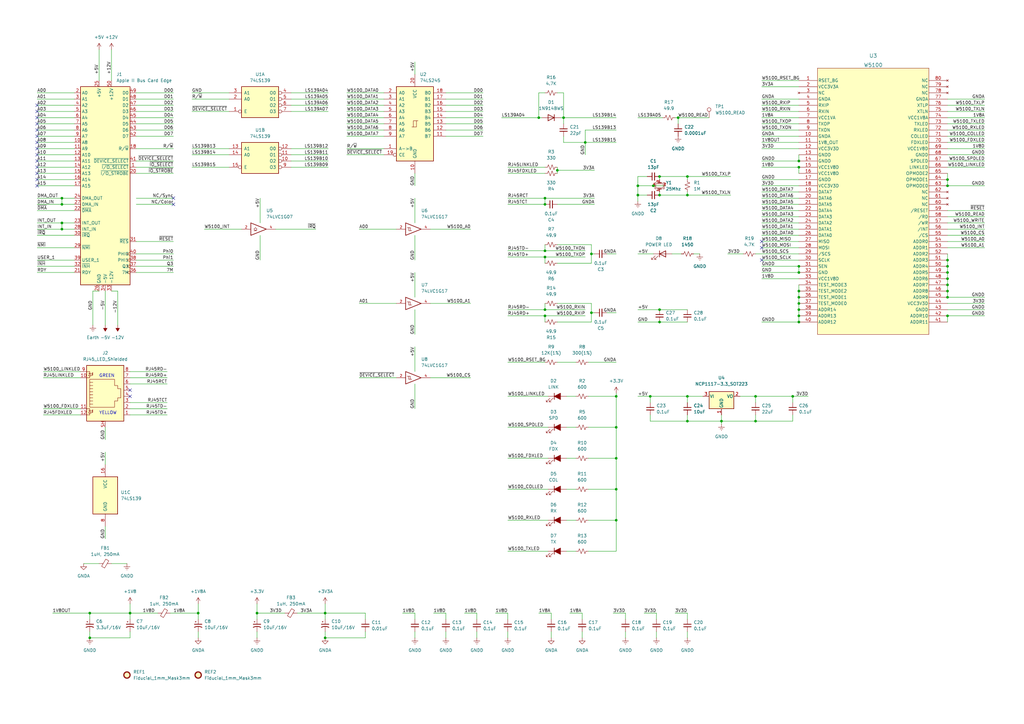
<source format=kicad_sch>
(kicad_sch (version 20211123) (generator eeschema)
  (paper "A3")
  (junction (at 252.73 187.96))
  (junction (at 281.94 172.72))
  (junction (at 327.66 127))
  (junction (at 240.03 58.42))
  (junction (at 388.62 111.76))
  (junction (at 36.83 251.46))
  (junction (at 388.62 116.84))
  (junction (at 270.51 127))
  (junction (at 231.14 48.26))
  (junction (at 228.6 69.85))
  (junction (at 327.66 124.46))
  (junction (at 53.34 251.46))
  (junction (at 327.66 121.92))
  (junction (at 388.62 76.2))
  (junction (at 25.4 83.82))
  (junction (at 388.62 129.54))
  (junction (at 388.62 106.68))
  (junction (at 223.52 83.82))
  (junction (at 261.62 80.01))
  (junction (at 327.66 109.22))
  (junction (at 327.66 111.76))
  (junction (at 242.57 128.27))
  (junction (at 25.4 81.28))
  (junction (at 388.62 119.38))
  (junction (at 388.62 109.22))
  (junction (at 309.88 162.56))
  (junction (at 327.66 129.54))
  (junction (at 281.94 72.39))
  (junction (at 327.66 132.08))
  (junction (at 281.94 162.56))
  (junction (at 223.52 102.87))
  (junction (at 327.66 68.58))
  (junction (at 388.62 121.92))
  (junction (at 327.66 119.38))
  (junction (at 295.91 172.72))
  (junction (at 261.62 76.2))
  (junction (at 223.52 105.41))
  (junction (at 270.51 72.39))
  (junction (at 309.88 172.72))
  (junction (at 327.66 66.04))
  (junction (at 388.62 114.3))
  (junction (at 278.13 48.26))
  (junction (at 223.52 129.54))
  (junction (at 220.98 48.26))
  (junction (at 81.28 251.46))
  (junction (at 223.52 81.28))
  (junction (at 223.52 127))
  (junction (at 325.12 162.56))
  (junction (at 266.7 162.56))
  (junction (at 252.73 175.26))
  (junction (at 25.4 93.98))
  (junction (at 252.73 213.36))
  (junction (at 388.62 73.66))
  (junction (at 270.51 132.08))
  (junction (at 105.41 251.46))
  (junction (at 252.73 162.56))
  (junction (at 252.73 200.66))
  (junction (at 270.51 80.01))
  (junction (at 281.94 80.01))
  (junction (at 242.57 104.14))
  (junction (at 133.35 251.46))
  (junction (at 267.97 76.2))
  (junction (at 133.35 261.62))
  (junction (at 25.4 91.44))
  (junction (at 36.83 261.62))
  (no_connect (at 15.24 71.12))
  (no_connect (at 15.24 68.58))
  (no_connect (at 15.24 60.96))
  (no_connect (at 71.12 81.28))
  (no_connect (at 15.24 48.26))
  (no_connect (at 15.24 53.34))
  (no_connect (at 15.24 58.42))
  (no_connect (at 15.24 55.88))
  (no_connect (at 15.24 66.04))
  (no_connect (at 15.24 50.8))
  (no_connect (at 312.42 99.06))
  (no_connect (at 71.12 83.82))
  (no_connect (at 312.42 106.68))
  (no_connect (at 312.42 101.6))
  (no_connect (at 15.24 45.72))
  (no_connect (at 15.24 76.2))
  (no_connect (at 53.34 160.02))
  (no_connect (at 15.24 43.18))
  (no_connect (at 53.34 162.56))
  (no_connect (at 15.24 63.5))
  (no_connect (at 15.24 73.66))
  (wire (pts (xy 142.24 53.34) (xy 157.48 53.34)))
  (wire (pts (xy 78.74 45.72) (xy 93.98 45.72)))
  (wire (pts (xy 312.42 45.72) (xy 327.66 45.72)))
  (wire (pts (xy 312.42 109.22) (xy 327.66 109.22)))
  (wire (pts (xy 266.7 172.72) (xy 281.94 172.72)))
  (wire (pts (xy 248.92 128.27) (xy 252.73 128.27)))
  (wire (pts (xy 55.88 43.18) (xy 71.12 43.18)))
  (wire (pts (xy 276.86 251.46) (xy 281.94 251.46)))
  (wire (pts (xy 242.57 104.14) (xy 242.57 107.95)))
  (wire (pts (xy 105.41 251.46) (xy 105.41 254)))
  (wire (pts (xy 55.88 48.26) (xy 71.12 48.26)))
  (wire (pts (xy 270.51 78.74) (xy 270.51 80.01)))
  (wire (pts (xy 105.41 259.08) (xy 105.41 261.62)))
  (wire (pts (xy 388.62 43.18) (xy 403.86 43.18)))
  (wire (pts (xy 223.52 81.28) (xy 223.52 83.82)))
  (wire (pts (xy 388.62 53.34) (xy 403.86 53.34)))
  (wire (pts (xy 78.74 60.96) (xy 93.98 60.96)))
  (wire (pts (xy 55.88 71.12) (xy 71.12 71.12)))
  (wire (pts (xy 241.3 187.96) (xy 252.73 187.96)))
  (wire (pts (xy 170.18 127) (xy 170.18 137.16)))
  (wire (pts (xy 182.88 40.64) (xy 198.12 40.64)))
  (wire (pts (xy 241.3 226.06) (xy 252.73 226.06)))
  (wire (pts (xy 119.38 45.72) (xy 134.62 45.72)))
  (wire (pts (xy 327.66 68.58) (xy 327.66 71.12)))
  (wire (pts (xy 208.28 71.12) (xy 223.52 71.12)))
  (wire (pts (xy 312.42 48.26) (xy 327.66 48.26)))
  (wire (pts (xy 312.42 114.3) (xy 327.66 114.3)))
  (wire (pts (xy 53.34 170.18) (xy 68.58 170.18)))
  (wire (pts (xy 261.62 48.26) (xy 271.78 48.26)))
  (wire (pts (xy 133.35 251.46) (xy 133.35 254)))
  (wire (pts (xy 242.57 104.14) (xy 243.84 104.14)))
  (wire (pts (xy 55.88 50.8) (xy 71.12 50.8)))
  (wire (pts (xy 182.88 38.1) (xy 198.12 38.1)))
  (wire (pts (xy 228.6 69.85) (xy 228.6 71.12)))
  (wire (pts (xy 281.94 162.56) (xy 281.94 165.1)))
  (wire (pts (xy 276.86 48.26) (xy 278.13 48.26)))
  (wire (pts (xy 36.83 251.46) (xy 53.34 251.46)))
  (wire (pts (xy 119.38 68.58) (xy 134.62 68.58)))
  (wire (pts (xy 231.14 48.26) (xy 252.73 48.26)))
  (wire (pts (xy 226.06 259.08) (xy 226.06 261.62)))
  (wire (pts (xy 388.62 129.54) (xy 403.86 129.54)))
  (wire (pts (xy 312.42 76.2) (xy 327.66 76.2)))
  (wire (pts (xy 220.98 251.46) (xy 226.06 251.46)))
  (wire (pts (xy 165.1 251.46) (xy 170.18 251.46)))
  (wire (pts (xy 228.6 107.95) (xy 242.57 107.95)))
  (wire (pts (xy 78.74 68.58) (xy 93.98 68.58)))
  (wire (pts (xy 208.28 102.87) (xy 223.52 102.87)))
  (wire (pts (xy 327.66 124.46) (xy 327.66 127)))
  (wire (pts (xy 48.26 119.38) (xy 48.26 133.35)))
  (wire (pts (xy 43.18 185.42) (xy 43.18 190.5)))
  (wire (pts (xy 55.88 111.76) (xy 71.12 111.76)))
  (wire (pts (xy 261.62 76.2) (xy 267.97 76.2)))
  (wire (pts (xy 312.42 93.98) (xy 327.66 93.98)))
  (wire (pts (xy 270.51 132.08) (xy 281.94 132.08)))
  (wire (pts (xy 38.1 119.38) (xy 38.1 133.35)))
  (wire (pts (xy 238.76 254) (xy 238.76 251.46)))
  (wire (pts (xy 240.03 53.34) (xy 252.73 53.34)))
  (wire (pts (xy 15.24 93.98) (xy 25.4 93.98)))
  (wire (pts (xy 261.62 80.01) (xy 265.43 80.01)))
  (wire (pts (xy 223.52 127) (xy 240.03 127)))
  (wire (pts (xy 55.88 81.28) (xy 71.12 81.28)))
  (wire (pts (xy 261.62 76.2) (xy 261.62 80.01)))
  (wire (pts (xy 232.41 213.36) (xy 236.22 213.36)))
  (wire (pts (xy 36.83 251.46) (xy 36.83 254)))
  (wire (pts (xy 388.62 96.52) (xy 403.86 96.52)))
  (wire (pts (xy 15.24 48.26) (xy 30.48 48.26)))
  (wire (pts (xy 261.62 80.01) (xy 261.62 82.55)))
  (wire (pts (xy 15.24 63.5) (xy 30.48 63.5)))
  (wire (pts (xy 55.88 83.82) (xy 71.12 83.82)))
  (wire (pts (xy 228.6 83.82) (xy 243.84 83.82)))
  (wire (pts (xy 388.62 121.92) (xy 403.86 121.92)))
  (wire (pts (xy 281.94 72.39) (xy 270.51 72.39)))
  (wire (pts (xy 119.38 40.64) (xy 134.62 40.64)))
  (wire (pts (xy 312.42 43.18) (xy 327.66 43.18)))
  (wire (pts (xy 121.92 251.46) (xy 133.35 251.46)))
  (wire (pts (xy 312.42 40.64) (xy 327.66 40.64)))
  (wire (pts (xy 190.5 251.46) (xy 195.58 251.46)))
  (wire (pts (xy 228.6 132.08) (xy 242.57 132.08)))
  (wire (pts (xy 15.24 58.42) (xy 30.48 58.42)))
  (wire (pts (xy 312.42 60.96) (xy 327.66 60.96)))
  (wire (pts (xy 223.52 105.41) (xy 223.52 107.95)))
  (wire (pts (xy 53.34 261.62) (xy 53.34 259.08)))
  (wire (pts (xy 208.28 83.82) (xy 223.52 83.82)))
  (wire (pts (xy 45.72 20.32) (xy 45.72 33.02)))
  (wire (pts (xy 170.18 254) (xy 170.18 251.46)))
  (wire (pts (xy 113.03 93.98) (xy 129.54 93.98)))
  (wire (pts (xy 281.94 80.01) (xy 270.51 80.01)))
  (wire (pts (xy 388.62 99.06) (xy 403.86 99.06)))
  (wire (pts (xy 312.42 81.28) (xy 327.66 81.28)))
  (wire (pts (xy 325.12 162.56) (xy 325.12 165.1)))
  (wire (pts (xy 208.28 81.28) (xy 223.52 81.28)))
  (wire (pts (xy 78.74 63.5) (xy 93.98 63.5)))
  (wire (pts (xy 133.35 251.46) (xy 149.86 251.46)))
  (wire (pts (xy 83.82 93.98) (xy 99.06 93.98)))
  (wire (pts (xy 53.34 247.65) (xy 53.34 251.46)))
  (wire (pts (xy 388.62 91.44) (xy 403.86 91.44)))
  (wire (pts (xy 119.38 66.04) (xy 134.62 66.04)))
  (wire (pts (xy 15.24 96.52) (xy 30.48 96.52)))
  (wire (pts (xy 208.28 259.08) (xy 208.28 261.62)))
  (wire (pts (xy 119.38 43.18) (xy 134.62 43.18)))
  (wire (pts (xy 303.53 162.56) (xy 309.88 162.56)))
  (wire (pts (xy 182.88 50.8) (xy 198.12 50.8)))
  (wire (pts (xy 25.4 93.98) (xy 30.48 93.98)))
  (wire (pts (xy 36.83 261.62) (xy 53.34 261.62)))
  (wire (pts (xy 40.64 20.32) (xy 40.64 33.02)))
  (wire (pts (xy 241.3 200.66) (xy 252.73 200.66)))
  (wire (pts (xy 327.66 109.22) (xy 327.66 111.76)))
  (wire (pts (xy 232.41 175.26) (xy 236.22 175.26)))
  (wire (pts (xy 388.62 76.2) (xy 403.86 76.2)))
  (wire (pts (xy 182.88 43.18) (xy 198.12 43.18)))
  (wire (pts (xy 40.64 119.38) (xy 38.1 119.38)))
  (wire (pts (xy 312.42 66.04) (xy 327.66 66.04)))
  (wire (pts (xy 15.24 73.66) (xy 30.48 73.66)))
  (wire (pts (xy 21.59 251.46) (xy 36.83 251.46)))
  (wire (pts (xy 176.53 93.98) (xy 193.04 93.98)))
  (wire (pts (xy 223.52 102.87) (xy 240.03 102.87)))
  (wire (pts (xy 256.54 254) (xy 256.54 251.46)))
  (wire (pts (xy 312.42 73.66) (xy 327.66 73.66)))
  (wire (pts (xy 278.13 48.26) (xy 290.83 48.26)))
  (wire (pts (xy 53.34 157.48) (xy 68.58 157.48)))
  (wire (pts (xy 295.91 172.72) (xy 295.91 173.99)))
  (wire (pts (xy 295.91 172.72) (xy 309.88 172.72)))
  (wire (pts (xy 15.24 86.36) (xy 30.48 86.36)))
  (wire (pts (xy 25.4 83.82) (xy 30.48 83.82)))
  (wire (pts (xy 170.18 96.52) (xy 170.18 106.68)))
  (wire (pts (xy 233.68 251.46) (xy 238.76 251.46)))
  (wire (pts (xy 228.6 148.59) (xy 236.22 148.59)))
  (wire (pts (xy 242.57 128.27) (xy 242.57 132.08)))
  (wire (pts (xy 45.72 231.14) (xy 52.07 231.14)))
  (wire (pts (xy 15.24 38.1) (xy 30.48 38.1)))
  (wire (pts (xy 176.53 154.94) (xy 193.04 154.94)))
  (wire (pts (xy 312.42 83.82) (xy 327.66 83.82)))
  (wire (pts (xy 228.6 100.33) (xy 242.57 100.33)))
  (wire (pts (xy 325.12 162.56) (xy 331.47 162.56)))
  (wire (pts (xy 327.66 63.5) (xy 327.66 66.04)))
  (wire (pts (xy 251.46 251.46) (xy 256.54 251.46)))
  (wire (pts (xy 388.62 106.68) (xy 388.62 109.22)))
  (wire (pts (xy 55.88 45.72) (xy 71.12 45.72)))
  (wire (pts (xy 55.88 66.04) (xy 71.12 66.04)))
  (wire (pts (xy 15.24 40.64) (xy 30.48 40.64)))
  (wire (pts (xy 17.78 154.94) (xy 33.02 154.94)))
  (wire (pts (xy 208.28 175.26) (xy 224.79 175.26)))
  (wire (pts (xy 281.94 170.18) (xy 281.94 172.72)))
  (wire (pts (xy 182.88 55.88) (xy 198.12 55.88)))
  (wire (pts (xy 240.03 53.34) (xy 240.03 58.42)))
  (wire (pts (xy 309.88 162.56) (xy 309.88 165.1)))
  (wire (pts (xy 266.7 162.56) (xy 266.7 165.1)))
  (wire (pts (xy 248.92 104.14) (xy 252.73 104.14)))
  (wire (pts (xy 170.18 81.28) (xy 170.18 91.44)))
  (wire (pts (xy 142.24 40.64) (xy 157.48 40.64)))
  (wire (pts (xy 388.62 104.14) (xy 388.62 106.68)))
  (wire (pts (xy 388.62 55.88) (xy 403.86 55.88)))
  (wire (pts (xy 78.74 38.1) (xy 93.98 38.1)))
  (wire (pts (xy 170.18 157.48) (xy 170.18 167.64)))
  (wire (pts (xy 309.88 104.14) (xy 327.66 104.14)))
  (wire (pts (xy 69.85 251.46) (xy 81.28 251.46)))
  (wire (pts (xy 55.88 99.06) (xy 71.12 99.06)))
  (wire (pts (xy 388.62 101.6) (xy 403.86 101.6)))
  (wire (pts (xy 312.42 86.36) (xy 327.66 86.36)))
  (wire (pts (xy 240.03 58.42) (xy 240.03 63.5)))
  (wire (pts (xy 223.52 81.28) (xy 243.84 81.28)))
  (wire (pts (xy 142.24 48.26) (xy 157.48 48.26)))
  (wire (pts (xy 261.62 72.39) (xy 265.43 72.39)))
  (wire (pts (xy 36.83 259.08) (xy 36.83 261.62)))
  (wire (pts (xy 55.88 40.64) (xy 71.12 40.64)))
  (wire (pts (xy 17.78 170.18) (xy 33.02 170.18)))
  (wire (pts (xy 232.41 200.66) (xy 236.22 200.66)))
  (wire (pts (xy 298.45 104.14) (xy 304.8 104.14)))
  (wire (pts (xy 270.51 72.39) (xy 270.51 73.66)))
  (wire (pts (xy 177.8 251.46) (xy 182.88 251.46)))
  (wire (pts (xy 15.24 101.6) (xy 30.48 101.6)))
  (wire (pts (xy 53.34 152.4) (xy 68.58 152.4)))
  (wire (pts (xy 312.42 55.88) (xy 327.66 55.88)))
  (wire (pts (xy 223.52 129.54) (xy 240.03 129.54)))
  (wire (pts (xy 388.62 68.58) (xy 403.86 68.58)))
  (wire (pts (xy 142.24 38.1) (xy 157.48 38.1)))
  (wire (pts (xy 195.58 259.08) (xy 195.58 261.62)))
  (wire (pts (xy 220.98 48.26) (xy 222.25 48.26)))
  (wire (pts (xy 55.88 106.68) (xy 71.12 106.68)))
  (wire (pts (xy 142.24 55.88) (xy 157.48 55.88)))
  (wire (pts (xy 208.28 129.54) (xy 223.52 129.54)))
  (wire (pts (xy 238.76 259.08) (xy 238.76 261.62)))
  (wire (pts (xy 281.94 73.66) (xy 281.94 72.39)))
  (wire (pts (xy 252.73 175.26) (xy 252.73 162.56)))
  (wire (pts (xy 281.94 259.08) (xy 281.94 261.62)))
  (wire (pts (xy 252.73 226.06) (xy 252.73 213.36)))
  (wire (pts (xy 142.24 60.96) (xy 157.48 60.96)))
  (wire (pts (xy 388.62 119.38) (xy 388.62 121.92)))
  (wire (pts (xy 208.28 187.96) (xy 224.79 187.96)))
  (wire (pts (xy 142.24 45.72) (xy 157.48 45.72)))
  (wire (pts (xy 105.41 251.46) (xy 116.84 251.46)))
  (wire (pts (xy 267.97 76.2) (xy 273.05 76.2)))
  (wire (pts (xy 312.42 99.06) (xy 327.66 99.06)))
  (wire (pts (xy 34.29 231.14) (xy 40.64 231.14)))
  (wire (pts (xy 55.88 38.1) (xy 71.12 38.1)))
  (wire (pts (xy 15.24 68.58) (xy 30.48 68.58)))
  (wire (pts (xy 242.57 100.33) (xy 242.57 104.14)))
  (wire (pts (xy 15.24 71.12) (xy 30.48 71.12)))
  (wire (pts (xy 208.28 105.41) (xy 223.52 105.41)))
  (wire (pts (xy 312.42 78.74) (xy 327.66 78.74)))
  (wire (pts (xy 388.62 109.22) (xy 388.62 111.76)))
  (wire (pts (xy 261.62 162.56) (xy 266.7 162.56)))
  (wire (pts (xy 252.73 161.29) (xy 252.73 162.56)))
  (wire (pts (xy 106.68 96.52) (xy 106.68 106.68)))
  (wire (pts (xy 15.24 60.96) (xy 30.48 60.96)))
  (wire (pts (xy 281.94 162.56) (xy 288.29 162.56)))
  (wire (pts (xy 81.28 259.08) (xy 81.28 261.62)))
  (wire (pts (xy 228.6 69.85) (xy 243.84 69.85)))
  (wire (pts (xy 388.62 124.46) (xy 403.86 124.46)))
  (wire (pts (xy 388.62 71.12) (xy 388.62 73.66)))
  (wire (pts (xy 17.78 152.4) (xy 33.02 152.4)))
  (wire (pts (xy 208.28 200.66) (xy 224.79 200.66)))
  (wire (pts (xy 231.14 38.1) (xy 231.14 48.26)))
  (wire (pts (xy 312.42 111.76) (xy 327.66 111.76)))
  (wire (pts (xy 208.28 213.36) (xy 224.79 213.36)))
  (wire (pts (xy 388.62 66.04) (xy 403.86 66.04)))
  (wire (pts (xy 119.38 60.96) (xy 134.62 60.96)))
  (wire (pts (xy 231.14 58.42) (xy 240.03 58.42)))
  (wire (pts (xy 55.88 55.88) (xy 71.12 55.88)))
  (wire (pts (xy 281.94 78.74) (xy 281.94 80.01)))
  (wire (pts (xy 220.98 38.1) (xy 220.98 48.26)))
  (wire (pts (xy 312.42 58.42) (xy 327.66 58.42)))
  (wire (pts (xy 388.62 45.72) (xy 403.86 45.72)))
  (wire (pts (xy 223.52 38.1) (xy 220.98 38.1)))
  (wire (pts (xy 43.18 119.38) (xy 43.18 133.35)))
  (wire (pts (xy 266.7 162.56) (xy 281.94 162.56)))
  (wire (pts (xy 388.62 60.96) (xy 403.86 60.96)))
  (wire (pts (xy 312.42 33.02) (xy 327.66 33.02)))
  (wire (pts (xy 266.7 170.18) (xy 266.7 172.72)))
  (wire (pts (xy 261.62 104.14) (xy 267.97 104.14)))
  (wire (pts (xy 55.88 109.22) (xy 71.12 109.22)))
  (wire (pts (xy 208.28 127) (xy 223.52 127)))
  (wire (pts (xy 388.62 93.98) (xy 403.86 93.98)))
  (wire (pts (xy 242.57 124.46) (xy 242.57 128.27)))
  (wire (pts (xy 388.62 73.66) (xy 388.62 76.2)))
  (wire (pts (xy 327.66 127) (xy 327.66 129.54)))
  (wire (pts (xy 275.59 104.14) (xy 279.4 104.14)))
  (wire (pts (xy 223.52 100.33) (xy 223.52 102.87)))
  (wire (pts (xy 15.24 109.22) (xy 30.48 109.22)))
  (wire (pts (xy 281.94 72.39) (xy 299.72 72.39)))
  (wire (pts (xy 228.6 38.1) (xy 231.14 38.1)))
  (wire (pts (xy 81.28 251.46) (xy 81.28 254)))
  (wire (pts (xy 241.3 162.56) (xy 252.73 162.56)))
  (wire (pts (xy 15.24 55.88) (xy 30.48 55.88)))
  (wire (pts (xy 312.42 50.8) (xy 327.66 50.8)))
  (wire (pts (xy 312.42 35.56) (xy 327.66 35.56)))
  (wire (pts (xy 53.34 167.64) (xy 68.58 167.64)))
  (wire (pts (xy 53.34 165.1) (xy 68.58 165.1)))
  (wire (pts (xy 231.14 48.26) (xy 231.14 50.8)))
  (wire (pts (xy 312.42 53.34) (xy 327.66 53.34)))
  (wire (pts (xy 208.28 148.59) (xy 223.52 148.59)))
  (wire (pts (xy 43.18 215.9) (xy 43.18 220.98)))
  (wire (pts (xy 295.91 170.18) (xy 295.91 172.72)))
  (wire (pts (xy 81.28 247.65) (xy 81.28 251.46)))
  (wire (pts (xy 388.62 86.36) (xy 403.86 86.36)))
  (wire (pts (xy 147.32 154.94) (xy 162.56 154.94)))
  (wire (pts (xy 15.24 66.04) (xy 30.48 66.04)))
  (wire (pts (xy 312.42 68.58) (xy 327.66 68.58)))
  (wire (pts (xy 142.24 50.8) (xy 157.48 50.8)))
  (wire (pts (xy 284.48 104.14) (xy 287.02 104.14)))
  (wire (pts (xy 45.72 119.38) (xy 48.26 119.38)))
  (wire (pts (xy 312.42 101.6) (xy 327.66 101.6)))
  (wire (pts (xy 170.18 71.12) (xy 170.18 76.2)))
  (wire (pts (xy 312.42 96.52) (xy 327.66 96.52)))
  (wire (pts (xy 252.73 213.36) (xy 252.73 200.66)))
  (wire (pts (xy 142.24 43.18) (xy 157.48 43.18)))
  (wire (pts (xy 53.34 251.46) (xy 53.34 254)))
  (wire (pts (xy 170.18 111.76) (xy 170.18 121.92)))
  (wire (pts (xy 388.62 111.76) (xy 388.62 114.3)))
  (wire (pts (xy 15.24 111.76) (xy 30.48 111.76)))
  (wire (pts (xy 133.35 259.08) (xy 133.35 261.62)))
  (wire (pts (xy 281.94 254) (xy 281.94 251.46)))
  (wire (pts (xy 149.86 259.08) (xy 149.86 261.62)))
  (wire (pts (xy 15.24 91.44) (xy 25.4 91.44)))
  (wire (pts (xy 312.42 91.44) (xy 327.66 91.44)))
  (wire (pts (xy 223.52 129.54) (xy 223.52 132.08)))
  (wire (pts (xy 106.68 81.28) (xy 106.68 91.44)))
  (wire (pts (xy 205.74 48.26) (xy 220.98 48.26)))
  (wire (pts (xy 223.52 105.41) (xy 240.03 105.41)))
  (wire (pts (xy 223.52 124.46) (xy 223.52 127)))
  (wire (pts (xy 25.4 81.28) (xy 30.48 81.28)))
  (wire (pts (xy 388.62 127) (xy 403.86 127)))
  (wire (pts (xy 15.24 81.28) (xy 25.4 81.28)))
  (wire (pts (xy 269.24 254) (xy 269.24 251.46)))
  (wire (pts (xy 327.66 119.38) (xy 327.66 121.92)))
  (wire (pts (xy 182.88 259.08) (xy 182.88 261.62)))
  (wire (pts (xy 208.28 254) (xy 208.28 251.46)))
  (wire (pts (xy 15.24 50.8) (xy 30.48 50.8)))
  (wire (pts (xy 261.62 72.39) (xy 261.62 76.2)))
  (wire (pts (xy 149.86 251.46) (xy 149.86 254)))
  (wire (pts (xy 256.54 259.08) (xy 256.54 261.62)))
  (wire (pts (xy 270.51 127) (xy 281.94 127)))
  (wire (pts (xy 78.74 40.64) (xy 93.98 40.64)))
  (wire (pts (xy 312.42 88.9) (xy 327.66 88.9)))
  (wire (pts (xy 25.4 81.28) (xy 25.4 83.82)))
  (wire (pts (xy 43.18 175.26) (xy 43.18 180.34)))
  (wire (pts (xy 242.57 128.27) (xy 243.84 128.27)))
  (wire (pts (xy 15.24 43.18) (xy 30.48 43.18)))
  (wire (pts (xy 17.78 167.64) (xy 33.02 167.64)))
  (wire (pts (xy 15.24 106.68) (xy 30.48 106.68)))
  (wire (pts (xy 327.66 129.54) (xy 327.66 132.08)))
  (wire (pts (xy 241.3 213.36) (xy 252.73 213.36)))
  (wire (pts (xy 281.94 80.01) (xy 299.72 80.01)))
  (wire (pts (xy 388.62 116.84) (xy 388.62 119.38)))
  (wire (pts (xy 133.35 261.62) (xy 149.86 261.62)))
  (wire (pts (xy 15.24 83.82) (xy 25.4 83.82)))
  (wire (pts (xy 388.62 50.8) (xy 403.86 50.8)))
  (wire (pts (xy 327.66 116.84) (xy 327.66 119.38)))
  (wire (pts (xy 182.88 254) (xy 182.88 251.46)))
  (wire (pts (xy 25.4 91.44) (xy 30.48 91.44)))
  (wire (pts (xy 170.18 25.4) (xy 170.18 30.48)))
  (wire (pts (xy 240.03 58.42) (xy 252.73 58.42)))
  (wire (pts (xy 142.24 63.5) (xy 157.48 63.5)))
  (wire (pts (xy 232.41 226.06) (xy 236.22 226.06)))
  (wire (pts (xy 170.18 259.08) (xy 170.18 261.62)))
  (wire (pts (xy 203.2 251.46) (xy 208.28 251.46)))
  (wire (pts (xy 232.41 187.96) (xy 236.22 187.96)))
  (wire (pts (xy 312.42 132.08) (xy 327.66 132.08)))
  (wire (pts (xy 208.28 68.58) (xy 223.52 68.58)))
  (wire (pts (xy 182.88 45.72) (xy 198.12 45.72)))
  (wire (pts (xy 53.34 251.46) (xy 64.77 251.46)))
  (wire (pts (xy 269.24 259.08) (xy 269.24 261.62)))
  (wire (pts (xy 147.32 93.98) (xy 162.56 93.98)))
  (wire (pts (xy 119.38 63.5) (xy 134.62 63.5)))
  (wire (pts (xy 388.62 40.64) (xy 403.86 40.64)))
  (wire (pts (xy 15.24 53.34) (xy 30.48 53.34)))
  (wire (pts (xy 252.73 200.66) (xy 252.73 187.96)))
  (wire (pts (xy 208.28 226.06) (xy 224.79 226.06)))
  (wire (pts (xy 133.35 247.65) (xy 133.35 251.46)))
  (wire (pts (xy 388.62 58.42) (xy 403.86 58.42)))
  (wire (pts (xy 388.62 129.54) (xy 388.62 132.08)))
  (wire (pts (xy 325.12 172.72) (xy 309.88 172.72)))
  (wire (pts (xy 231.14 55.88) (xy 231.14 58.42)))
  (wire (pts (xy 55.88 53.34) (xy 71.12 53.34)))
  (wire (pts (xy 170.18 142.24) (xy 170.18 152.4)))
  (wire (pts (xy 309.88 170.18) (xy 309.88 172.72)))
  (wire (pts (xy 228.6 124.46) (xy 242.57 124.46)))
  (wire (pts (xy 53.34 154.94) (xy 68.58 154.94)))
  (wire (pts (xy 208.28 162.56) (xy 224.79 162.56)))
  (wire (pts (xy 55.88 68.58) (xy 71.12 68.58)))
  (wire (pts (xy 228.6 68.58) (xy 228.6 69.85)))
  (wire (pts (xy 281.94 172.72) (xy 295.91 172.72)))
  (wire (pts (xy 388.62 88.9) (xy 403.86 88.9)))
  (wire (pts (xy 261.62 132.08) (xy 270.51 132.08)))
  (wire (pts (xy 55.88 104.14) (xy 71.12 104.14)))
  (wire (pts (xy 241.3 148.59) (xy 252.73 148.59)))
  (wire (pts (xy 182.88 53.34) (xy 198.12 53.34)))
  (wire (pts (xy 261.62 127) (xy 270.51 127)))
  (wire (pts (xy 309.88 162.56) (xy 325.12 162.56)))
  (wire (pts (xy 119.38 38.1) (xy 134.62 38.1)))
  (wire (pts (xy 226.06 254) (xy 226.06 251.46)))
  (wire (pts (xy 252.73 187.96) (xy 252.73 175.26)))
  (wire (pts (xy 327.66 121.92) (xy 327.66 124.46)))
  (wire (pts (xy 325.12 170.18) (xy 325.12 172.72)))
  (wire (pts (xy 388.62 48.26) (xy 403.86 48.26)))
  (wire (pts (xy 195.58 254) (xy 195.58 251.46)))
  (wire (pts (xy 241.3 175.26) (xy 252.73 175.26)))
  (wire (pts (xy 229.87 48.26) (xy 231.14 48.26)))
  (wire (pts (xy 15.24 76.2) (xy 30.48 76.2)))
  (wire (pts (xy 15.24 45.72) (xy 30.48 45.72)))
  (wire (pts (xy 388.62 114.3) (xy 388.62 116.84)))
  (wire (pts (xy 25.4 91.44) (xy 25.4 93.98)))
  (wire (pts (xy 147.32 124.46) (xy 162.56 124.46)))
  (wire (pts (xy 388.62 63.5) (xy 403.86 63.5)))
  (wire (pts (xy 176.53 124.46) (xy 193.04 124.46)))
  (wire (pts (xy 312.42 106.68) (xy 327.66 106.68)))
  (wire (pts (xy 55.88 60.96) (xy 71.12 60.96)))
  (wire (pts (xy 278.13 48.26) (xy 278.13 50.8)))
  (wire (pts (xy 182.88 48.26) (xy 198.12 48.26)))
  (wire (pts (xy 232.41 162.56) (xy 236.22 162.56)))
  (wire (pts (xy 105.41 247.65) (xy 105.41 251.46)))
  (wire (pts (xy 264.16 251.46) (xy 269.24 251.46)))
  (text "GREEN" (at 40.64 154.94 0) (effects (font (size 1.27 1.27)) (justify left bottom)))
  (text "YELLOW" (at 40.64 170.18 0) (effects (font (size 1.27 1.27)) (justify left bottom)))
  (label "3V3D" (at 264.16 251.46 0))
  (label "LS139B13" (at 252.73 53.34 180))
  (label "W5100_DATA5" (at 312.42 83.82 0))
  (label "GNDA" (at 243.84 83.82 180))
  (label "LS139B14" (at 78.74 63.5 0))
  (label "LS139B12" (at 134.62 60.96 180))
  (label "D06" (at 71.12 53.34 180))
  (label "W5100_DATA7" (at 312.42 78.74 0))
  (label "RJ45FDXLED" (at 208.28 71.12 0))
  (label "D00" (at 198.12 38.1 180))
  (label "W5100_DATA3" (at 312.42 88.9 0))
  (label "D07" (at 71.12 55.88 180))
  (label "NC{slash}Color" (at 71.12 83.82 180))
  (label "GND" (at 43.18 220.98 90))
  (label "GNDA" (at 312.42 55.88 0))
  (label "1V8D" (at 177.8 251.46 0))
  (label "W5100_TXLED" (at 208.28 226.06 0))
  (label "3V3D" (at 276.86 251.46 0))
  (label "R{slash}~{W}" (at 78.74 40.64 0))
  (label "W5100_CS" (at 193.04 154.94 180))
  (label "GND" (at 240.03 63.5 90))
  (label "W5100_DATA4" (at 312.42 86.36 0))
  (label "Q3" (at 71.12 109.22 180))
  (label "+5V" (at 261.62 127 0))
  (label "7M" (at 71.12 111.76 180))
  (label "~{DMA}" (at 15.24 86.36 0))
  (label "LS139B14" (at 252.73 48.26 180))
  (label "A01" (at 147.32 124.46 0))
  (label "~{IO_SELECT}" (at 71.12 68.58 180))
  (label "LS139B15" (at 252.73 58.42 180))
  (label "+5V" (at 106.68 81.28 270))
  (label "GND" (at 78.74 38.1 0))
  (label "LS139B11" (at 134.62 63.5 180))
  (label "W5100_MISO" (at 312.42 99.06 0))
  (label "+5V" (at 43.18 185.42 270))
  (label "1V8D" (at 165.1 251.46 0))
  (label "D07" (at 198.12 55.88 180))
  (label "RJ45RD+" (at 208.28 129.54 0))
  (label "W5100_INT" (at 83.82 93.98 0))
  (label "A04" (at 15.24 48.26 0))
  (label "RJ45RD+" (at 68.58 154.94 180))
  (label "GND" (at 170.18 76.2 90))
  (label "RJ45TCT" (at 68.58 165.1 180))
  (label "1V8A" (at 71.12 251.46 0))
  (label "1V8D" (at 203.2 251.46 0))
  (label "3V3A" (at 123.19 251.46 0))
  (label "W5100_TXLN" (at 299.72 80.01 180))
  (label "GND" (at 170.18 137.16 90))
  (label "A00" (at 147.32 93.98 0))
  (label "D05" (at 198.12 50.8 180))
  (label "W5100_LINKLED" (at 208.28 162.56 0))
  (label "W5100_FDXLED" (at 17.78 167.64 0))
  (label "1V8A" (at 403.86 48.26 180))
  (label "W5100_SPDLED" (at 208.28 175.26 0))
  (label "W5100_RXIN" (at 240.03 127 180))
  (label "D04" (at 198.12 48.26 180))
  (label "RJ45RD-" (at 68.58 152.4 180))
  (label "INT_IN" (at 15.24 93.98 0))
  (label "LS139A05" (at 261.62 48.26 0))
  (label "W5100_RSET_BG" (at 208.28 148.59 0))
  (label "RJ45LINKLED" (at 17.78 154.94 0))
  (label "RJ45RD-" (at 208.28 127 0))
  (label "Phi0" (at 71.12 104.14 180))
  (label "D04" (at 71.12 48.26 180))
  (label "RJ45TD-" (at 68.58 167.64 180))
  (label "GNDD" (at 312.42 66.04 0))
  (label "W5100_DATA6" (at 312.42 81.28 0))
  (label "A05" (at 15.24 50.8 0))
  (label "GNDD" (at 403.86 129.54 180))
  (label "D00" (at 71.12 38.1 180))
  (label "A08" (at 15.24 58.42 0))
  (label "A03" (at 15.24 45.72 0))
  (label "RJ45TD-" (at 208.28 102.87 0))
  (label "GNDA" (at 312.42 40.64 0))
  (label "D03" (at 198.12 45.72 180))
  (label "W5100_DATA1" (at 142.24 40.64 0))
  (label "D01" (at 71.12 40.64 180))
  (label "W5100_RXLED" (at 403.86 53.34 180))
  (label "~{DEVICE_SELECT}" (at 147.32 154.94 0))
  (label "W5100_RXLED" (at 208.28 213.36 0))
  (label "GND" (at 170.18 106.68 90))
  (label "LS139B10" (at 134.62 66.04 180))
  (label "D02" (at 198.12 43.18 180))
  (label "+12V" (at 45.72 30.48 90))
  (label "D03" (at 71.12 45.72 180))
  (label "W5100_TXOP" (at 312.42 50.8 0))
  (label "DMA_IN" (at 15.24 83.82 0))
  (label "W5100_TXLP" (at 299.72 72.39 180))
  (label "+5V" (at 40.64 30.48 90))
  (label "3V3D" (at 312.42 60.96 0))
  (label "W5100_A1" (at 403.86 101.6 180))
  (label "W5100_FDXLED" (at 403.86 58.42 180))
  (label "GNDD" (at 403.86 63.5 180))
  (label "GNDD" (at 403.86 121.92 180))
  (label "LS139A05" (at 134.62 40.64 180))
  (label "D05" (at 71.12 50.8 180))
  (label "3V3A" (at 243.84 69.85 180))
  (label "3V3A" (at 312.42 35.56 0))
  (label "A15" (at 15.24 76.2 0))
  (label "3V3D" (at 403.86 124.46 180))
  (label "A06" (at 15.24 53.34 0))
  (label "~{NMI}" (at 15.24 101.6 0))
  (label "W5100_DATA0" (at 312.42 96.52 0))
  (label "1V8D" (at 403.86 60.96 180))
  (label "W5100_TXOP" (at 240.03 105.41 180))
  (label "R{slash}~{W}" (at 71.12 60.96 180))
  (label "W5100_A1" (at 193.04 124.46 180))
  (label "D06" (at 198.12 53.34 180))
  (label "-5V" (at 43.18 123.19 270))
  (label "~{RESET}" (at 71.12 99.06 180))
  (label "3V3D" (at 115.57 251.46 180))
  (label "W5100_LINKLED" (at 17.78 152.4 0))
  (label "W5100_DATA0" (at 142.24 38.1 0))
  (label "LS139A07" (at 134.62 45.72 180))
  (label "RJ45TD+" (at 68.58 170.18 180))
  (label "-12V" (at 48.26 123.19 270))
  (label "W5100_MOSI" (at 312.42 101.6 0))
  (label "RJ45FDXLED" (at 17.78 170.18 0))
  (label "3V3D" (at 251.46 251.46 0))
  (label "3V3D" (at 312.42 76.2 0))
  (label "W5100_COLLED" (at 208.28 200.66 0))
  (label "W5100_DATA2" (at 142.24 43.18 0))
  (label "+5V" (at 170.18 142.24 270))
  (label "3V3D" (at 298.45 104.14 0))
  (label "LS139A04" (at 205.74 48.26 0))
  (label "A11" (at 15.24 66.04 0))
  (label "1V8D" (at 63.5 251.46 180))
  (label "1V8A" (at 220.98 251.46 0))
  (label "W5100_DATA1" (at 312.42 93.98 0))
  (label "+5V" (at 261.62 104.14 0))
  (label "RJ45RCT" (at 208.28 81.28 0))
  (label "RDY" (at 15.24 111.76 0))
  (label "W5100_COLLED" (at 403.86 55.88 180))
  (label "USER_1" (at 15.24 106.68 0))
  (label "W5100_SCLK" (at 312.42 106.68 0))
  (label "W5100_DATA5" (at 142.24 50.8 0))
  (label "W5100_SPDLED" (at 403.86 66.04 180))
  (label "GNDA" (at 252.73 104.14 180))
  (label "NC{slash}Sync" (at 71.12 81.28 180))
  (label "W5100_LINKLED" (at 403.86 68.58 180))
  (label "1V8OUT" (at 21.59 251.46 0))
  (label "LS139B13" (at 78.74 60.96 0))
  (label "A12" (at 15.24 68.58 0))
  (label "A13" (at 15.24 71.12 0))
  (label "~{IRQ}" (at 129.54 93.98 180))
  (label "R{slash}~{W}" (at 142.24 60.96 0))
  (label "D02" (at 71.12 43.18 180))
  (label "1V8D" (at 190.5 251.46 0))
  (label "~{INH}" (at 15.24 109.22 0))
  (label "INT_OUT" (at 15.24 91.44 0))
  (label "GNDD" (at 403.86 76.2 180))
  (label "A01" (at 15.24 40.64 0))
  (label "W5100_TXLN" (at 403.86 45.72 180))
  (label "LS139B09" (at 134.62 68.58 180))
  (label "A09" (at 15.24 60.96 0))
  (label "LS139A06" (at 134.62 43.18 180))
  (label "3V3D" (at 331.47 162.56 180))
  (label "W5100_RXIN" (at 312.42 45.72 0))
  (label "D01" (at 198.12 40.64 180))
  (label "GND" (at 38.1 123.19 270))
  (label "W5100_TXLED" (at 403.86 50.8 180))
  (label "GND" (at 261.62 132.08 0))
  (label "~{IRQ}" (at 15.24 96.52 0))
  (label "GNDD" (at 312.42 109.22 0))
  (label "3V3A" (at 243.84 81.28 180))
  (label "1V8A" (at 312.42 48.26 0))
  (label "W5100_INT" (at 403.86 93.98 180))
  (label "W5100_TXON" (at 312.42 53.34 0))
  (label "W5100_RXIP" (at 240.03 129.54 180))
  (label "A02" (at 15.24 43.18 0))
  (label "LS139A04" (at 134.62 38.1 180))
  (label "DMA_OUT" (at 15.24 81.28 0))
  (label "GND" (at 312.42 111.76 0))
  (label "1V8D" (at 312.42 114.3 0))
  (label "W5100_READ" (at 278.13 48.26 0))
  (label "W5100_RSET_BG" (at 312.42 33.02 0))
  (label "GND" (at 170.18 167.64 90))
  (label "GNDA" (at 403.86 40.64 180))
  (label "RJ45TCT" (at 208.28 83.82 0))
  (label "W5100_TXLP" (at 403.86 43.18 180))
  (label "RJ45RCT" (at 68.58 157.48 180))
  (label "LS139B15" (at 78.74 68.58 0))
  (label "GNDD" (at 403.86 127 180))
  (label "1V8D" (at 312.42 68.58 0))
  (label "W5100_DATA7" (at 142.24 55.88 0))
  (label "+5V" (at 170.18 81.28 270))
  (label "+5V" (at 261.62 162.56 0))
  (label "W5100_DATA4" (at 142.24 48.26 0))
  (label "Phi1" (at 71.12 106.68 180))
  (label "GNDD" (at 312.42 73.66 0))
  (label "GND" (at 106.68 106.68 90))
  (label "~{RESET}" (at 403.86 86.36 180))
  (label "W5100_WRITE" (at 403.86 91.44 180))
  (label "GNDD" (at 312.42 132.08 0))
  (label "W5100_DATA2" (at 312.42 91.44 0))
  (label "W5100_DATA6" (at 142.24 53.34 0))
  (label "A00" (at 15.24 38.1 0))
  (label "A07" (at 15.24 55.88 0))
  (label "~{IO_STROBE}" (at 71.12 71.12 180))
  (label "GNDA" (at 252.73 128.27 180))
  (label "W5100_FDXLED" (at 208.28 187.96 0))
  (label "W5100_A0" (at 403.86 99.06 180))
  (label "W5100_SCS" (at 312.42 104.14 0))
  (label "W5100_DATA3" (at 142.24 45.72 0))
  (label "~{DEVICE_SELECT}" (at 142.24 63.5 0))
  (label "A10" (at 15.24 63.5 0))
  (label "GND" (at 43.18 180.34 90))
  (label "RJ45TD+" (at 208.28 105.41 0))
  (label "+5V" (at 170.18 111.76 270))
  (label "W5100_A0" (at 193.04 93.98 180))
  (label "~{DEVICE_SELECT}" (at 71.12 66.04 180))
  (label "W5100_CS" (at 403.86 96.52 180))
  (label "RJ45LINKLED" (at 208.28 68.58 0))
  (label "+5V" (at 170.18 25.4 270))
  (label "GNDA" (at 252.73 148.59 180))
  (label "1V8A" (at 233.68 251.46 0))
  (label "W5100_RXIP" (at 312.42 43.18 0))
  (label "~{DEVICE_SELECT}" (at 78.74 45.72 0))
  (label "W5100_TXON" (at 240.03 102.87 180))
  (label "W5100_READ" (at 403.86 88.9 180))
  (label "A14" (at 15.24 73.66 0))
  (label "1V8OUT" (at 312.42 58.42 0))
  (symbol (lib_name "Earth_1") (lib_id "power:Earth") (at 287.02 104.14 0) (unit 1)
    (property "Reference" "#PWR028" (effects hide))
    (property "Value" "GND" (at 287.02 109.22 0))
  )
  (symbol (lib_id "Device:FerriteBead_Small") (at 119.38 251.46 90) (unit 1)
    (property "Reference" "FB3" (at 119.3419 245.11 90))
    (property "Value" "1uH, 250mA" (at 119.3419 247.65 90))
    (property "Footprint" "Inductor_SMD:L_0805_2012Metric_Pad1.15x1.40mm_HandSolder" (effects hide))
    (property "Datasheet" "https://product.tdk.com/en/system/files?file=dam/doc/product/inductor/inductor/smd/catalog/inductor_commercial_decoupling_mlz2012_en.pdf" (effects hide))
    (property "Description" "FIXED IND 1UH 900MA 100 MOHM SMD" (effects hide))
    (property "PN_DigiKey" "445-6391-1-ND" (effects hide))
    (property "PN_Mouser" "810-MLZ2012A1R0WT000" (effects hide))
    (property "LCSC" "C88171" (effects hide))
    (property "MPN" "MLZ2012A1R0WT000" (effects hide))
    (property "Manufacturer" "TDK Corporation" (effects hide))
  )
  (symbol (lib_id "Device:R_Small_US") (at 238.76 226.06 90) (unit 1)
    (property "Reference" "R13" (at 238.76 219.71 90))
    (property "Value" "600" (at 238.76 222.25 90))
    (property "Footprint" "Resistor_SMD:R_0805_2012Metric_Pad1.20x1.40mm_HandSolder" (effects hide))
    (property "Datasheet" "https://industrial.panasonic.com/cdbs/www-data/pdf/RDA0000/AOA0000C304.pdf" (effects hide))
    (property "Description" "RES SMD 590 OHM 1% 1/8W 0805" (effects hide))
    (property "PN_DigiKey" "P590CCT-ND" (effects hide))
    (property "PN_Mouser" "667-ERJ-6ENF5900V" (effects hide))
    (property "LCSC" "C2077453" (effects hide))
    (property "MPN" "ERJ-6ENF5900V" (effects hide))
    (property "Manufacturer" "Panasonic Electronic Components" (effects hide))
  )
  (symbol (lib_id "Device:R_Small_US") (at 226.06 100.33 90) (unit 1)
    (property "Reference" "R7" (at 226.06 93.98 90))
    (property "Value" "49.9" (at 226.06 96.52 90))
    (property "Footprint" "Resistor_SMD:R_0805_2012Metric_Pad1.20x1.40mm_HandSolder" (effects hide))
    (property "Datasheet" "https://www.vishay.com/docs/20043/crcwhpe3.pdf" (effects hide))
    (property "Description" "49.9 Ohms ±1% 0.5W, 1/2W Chip Resistor 0805 (2012 Metric) Automotive AEC-Q200, Pulse Withstanding Thick Film" (effects hide))
    (property "PN_DigiKey" "541-49.9TCT-ND" (effects hide))
    (property "LCSC" "C204544" (effects hide))
    (property "MPN" "CRCW080549R9FKEAHP" (effects hide))
    (property "Manufacturer" "Vishay Dale" (effects hide))
  )
  (symbol (lib_id "Device:C_Small") (at 238.76 256.54 0) (unit 1)
    (property "Reference" "C17" (at 241.3 255.2762 0) (effects (justify left)))
    (property "Value" "0.1uF" (at 241.3 257.8162 0) (effects (justify left)))
    (property "Footprint" "Capacitor_SMD:C_0805_2012Metric_Pad1.18x1.45mm_HandSolder" (effects hide))
    (property "Datasheet" "https://mm.digikey.com/Volume0/opasdata/d220001/medias/docus/609/CL21B104KBCNNN_Spec.pdf" (effects hide))
    (property "Description" "CAP CER 0.1UF 50V X7R 0805" (effects hide))
    (property "PN_DigiKey" "1276-1003-1-ND" (effects hide))
    (property "LCSC" "C1711" (effects hide))
    (property "MPN" "CL21B104KBCNNNC" (effects hide))
    (property "Manufacturer" "Samsung Electro-Mechanics" (effects hide))
  )
  (symbol (lib_id "Device:R_Small_US") (at 238.76 162.56 90) (unit 1)
    (property "Reference" "R2" (at 238.76 156.21 90))
    (property "Value" "600" (at 238.76 158.75 90))
    (property "Footprint" "Resistor_SMD:R_0805_2012Metric_Pad1.20x1.40mm_HandSolder" (effects hide))
    (property "Datasheet" "https://industrial.panasonic.com/cdbs/www-data/pdf/RDA0000/AOA0000C304.pdf" (effects hide))
    (property "Description" "RES SMD 590 OHM 1% 1/8W 0805" (effects hide))
    (property "PN_DigiKey" "P590CCT-ND" (effects hide))
    (property "LCSC" "C2077453" (effects hide))
    (property "MPN" "ERJ-6ENF5900V" (effects hide))
    (property "Manufacturer" "Panasonic Electronic Components" (effects hide))
  )
  (symbol (lib_id "Device:C_Small") (at 270.51 129.54 0) (unit 1)
    (property "Reference" "C27" (at 273.05 128.2762 0) (effects (justify left)))
    (property "Value" "0.1uF" (at 273.05 130.8162 0) (effects (justify left)))
    (property "Footprint" "Capacitor_SMD:C_0805_2012Metric_Pad1.18x1.45mm_HandSolder" (effects hide))
    (property "Datasheet" "https://mm.digikey.com/Volume0/opasdata/d220001/medias/docus/609/CL21B104KBCNNN_Spec.pdf" (effects hide))
    (property "Description" "CAP CER 0.1UF 50V X7R 0805" (effects hide))
    (property "PN_DigiKey" "1276-1003-1-ND" (effects hide))
    (property "LCSC" "C1711" (effects hide))
    (property "MPN" "CL21B104KBCNNNC" (effects hide))
    (property "Manufacturer" "Samsung Electro-Mechanics" (effects hide))
  )
  (symbol (lib_id "Device:C_Small") (at 226.06 83.82 90) (unit 1)
    (property "Reference" "C4" (at 226.0663 90.17 90))
    (property "Value" "0.1uF" (at 226.0663 87.63 90))
    (property "Footprint" "Capacitor_SMD:C_0805_2012Metric_Pad1.18x1.45mm_HandSolder" (effects hide))
    (property "Datasheet" "https://mm.digikey.com/Volume0/opasdata/d220001/medias/docus/609/CL21B104KBCNNN_Spec.pdf" (effects hide))
    (property "Description" "CAP CER 0.1UF 50V X7R 0805" (effects hide))
    (property "PN_DigiKey" "1276-1003-1-ND" (effects hide))
    (property "LCSC" "C1711" (effects hide))
    (property "MPN" "CL21B104KBCNNNC" (effects hide))
    (property "Manufacturer" "Samsung Electro-Mechanics" (effects hide))
  )
  (symbol (lib_id "Device:C_Small") (at 281.94 129.54 0) (unit 1)
    (property "Reference" "C28" (at 284.48 128.2762 0) (effects (justify left)))
    (property "Value" "0.1uF" (at 284.48 130.8162 0) (effects (justify left)))
    (property "Footprint" "Capacitor_SMD:C_0805_2012Metric_Pad1.18x1.45mm_HandSolder" (effects hide))
    (property "Datasheet" "https://mm.digikey.com/Volume0/opasdata/d220001/medias/docus/609/CL21B104KBCNNN_Spec.pdf" (effects hide))
    (property "Description" "CAP CER 0.1UF 50V X7R 0805" (effects hide))
    (property "PN_DigiKey" "1276-1003-1-ND" (effects hide))
    (property "LCSC" "C1711" (effects hide))
    (property "MPN" "CL21B104KBCNNNC" (effects hide))
    (property "Manufacturer" "Samsung Electro-Mechanics" (effects hide))
  )
  (symbol (lib_id "Device:R_Small_US") (at 238.76 148.59 90) (unit 1)
    (property "Reference" "R8" (at 238.76 142.24 90))
    (property "Value" "300(1%)" (at 238.76 144.78 90))
    (property "Footprint" "Resistor_SMD:R_0805_2012Metric_Pad1.20x1.40mm_HandSolder" (effects hide))
    (property "Datasheet" "https://www.yageo.com/upload/media/product/products/datasheet/rchip/PYu-RC_Group_51_RoHS_L_12.pdf" (effects hide))
    (property "Description" "RES 300 OHM 1% 1/8W 0805" (effects hide))
    (property "PN_DigiKey" "311-300CRCT-ND" (effects hide))
    (property "LCSC" "C114529" (effects hide))
    (property "MPN" "RC0805FR-07300RL" (effects hide))
    (property "Manufacturer" "YAGEO" (effects hide))
  )
  (symbol (lib_id "74xGxx:74LVC1G17") (at 170.18 154.94 0) (unit 1)
    (property "Reference" "U8" (at 172.72 147.32 0) (effects (justify left)))
    (property "Value" "74LVC1G17" (at 172.72 149.86 0) (effects (justify left)))
    (property "Footprint" "Package_TO_SOT_SMD:SOT-23-5_HandSoldering" (effects hide))
    (property "Datasheet" "https://www.ti.com/lit/ds/symlink/sn74lvc1g17.pdf" (effects hide))
    (property "Description" "IC SCHMIT BUF NON-INVERT 5.5V SOT23-5" (effects hide))
    (property "PN_DigiKey" "296-11933-1-ND" (effects hide))
    (property "MPN" "SN74LVC1G17DBVR" (effects hide))
    (property "Manufacturer" "Texas Instruments" (effects hide))
    (property "LCSC" "C7836" (effects hide))
  )
  (symbol (lib_id "Device:R_Small_US") (at 226.06 132.08 90) (unit 1)
    (property "Reference" "R15" (at 226.06 138.43 90))
    (property "Value" "49.9" (at 226.06 135.89 90))
    (property "Footprint" "Resistor_SMD:R_0805_2012Metric_Pad1.20x1.40mm_HandSolder" (effects hide))
    (property "Datasheet" "https://www.vishay.com/docs/20043/crcwhpe3.pdf" (effects hide))
    (property "Description" "49.9 Ohms ±1% 0.5W, 1/2W Chip Resistor 0805 (2012 Metric) Automotive AEC-Q200, Pulse Withstanding Thick Film" (effects hide))
    (property "PN_DigiKey" "541-49.9TCT-ND" (effects hide))
    (property "LCSC" "C204544" (effects hide))
    (property "MPN" "CRCW080549R9FKEAHP" (effects hide))
    (property "Manufacturer" "Vishay Dale" (effects hide))
  )
  (symbol (lib_id "Device:Crystal_GND24_Small") (at 270.51 76.2 90) (unit 1)
    (property "Reference" "Y1" (at 273.05 74.9299 90) (effects (justify right)))
    (property "Value" "25Mhz" (at 273.05 77.4699 90) (effects (justify right)))
    (property "Footprint" "Crystal:Crystal_SMD_5032-4Pin_5.0x3.2mm" (effects hide))
    (property "Datasheet" "https://www.ctscorp.com/wp-content/uploads/405.pdf" (effects hide))
    (property "Description" "CRYSTAL 25.0000MHZ 13PF SMD" (effects hide))
    (property "PN_DigiKey" "CTX652CT-ND" (effects hide))
    (property "LCSC" "C252362" (effects hide))
    (property "MPN" "405C35B25M00000" (effects hide))
    (property "Manufacturer" "CTS-Frequency Controls" (effects hide))
  )
  (symbol (lib_name "Earth_1") (lib_id "power:Earth") (at 182.88 261.62 0) (unit 1)
    (property "Reference" "#PWR017" (effects hide))
    (property "Value" "GND" (at 182.88 266.7 0))
  )
  (symbol (lib_id "Regulator_Linear:NCP1117-3.3_SOT223") (at 295.91 162.56 0) (unit 1)
    (property "Reference" "U4" (at 295.91 154.94 0))
    (property "Value" "NCP1117-3.3_SOT223" (at 295.91 157.48 0))
    (property "Footprint" "Package_TO_SOT_SMD:SOT-223-3_TabPin2" (effects hide))
    (property "Datasheet" "https://www.onsemi.com/pdf/datasheet/ncp1117-d.pdf" (effects hide))
    (property "Description" "IC REG LINEAR 3.3V 1A SOT223" (effects hide))
    (property "PN_DigiKey" "NCP1117ST33T3GOSCT-ND" (effects hide))
    (property "LCSC" "C26537" (effects hide))
    (property "MPN" "NCP1117ST33T3G" (effects hide))
    (property "Manufacturer" "onsemi" (effects hide))
  )
  (symbol (lib_id "power:GNDA") (at 81.28 261.62 0) (unit 1)
    (property "Reference" "#PWR0101" (effects hide))
    (property "Value" "GNDA" (at 81.28 266.7 0))
  )
  (symbol (lib_id "power:GNDA") (at 34.29 231.14 0) (unit 1)
    (property "Reference" "#PWR06" (effects hide))
    (property "Value" "GNDA" (at 34.29 236.22 0))
  )
  (symbol (lib_name "Earth_1") (lib_id "power:Earth") (at 170.18 261.62 0) (unit 1)
    (property "Reference" "#PWR016" (effects hide))
    (property "Value" "GND" (at 170.18 266.7 0))
  )
  (symbol (lib_id "Device:C_Small") (at 246.38 128.27 90) (unit 1)
    (property "Reference" "C5" (at 246.3863 134.62 90))
    (property "Value" "0.1uF" (at 246.3863 132.08 90))
    (property "Footprint" "Capacitor_SMD:C_0805_2012Metric_Pad1.18x1.45mm_HandSolder" (effects hide))
    (property "Datasheet" "https://mm.digikey.com/Volume0/opasdata/d220001/medias/docus/609/CL21B104KBCNNN_Spec.pdf" (effects hide))
    (property "Description" "CAP CER 0.1UF 50V X7R 0805" (effects hide))
    (property "PN_DigiKey" "1276-1003-1-ND" (effects hide))
    (property "LCSC" "C1711" (effects hide))
    (property "MPN" "CL21B104KBCNNNC" (effects hide))
    (property "Manufacturer" "Samsung Electro-Mechanics" (effects hide))
  )
  (symbol (lib_id "Device:LED_Filled") (at 228.6 226.06 0) (unit 1)
    (property "Reference" "D7" (at 227.0125 219.71 0))
    (property "Value" "TX" (at 227.0125 222.25 0))
    (property "Footprint" "LED_SMD:LED_0805_2012Metric_Pad1.15x1.40mm_HandSolder" (effects hide))
    (property "Datasheet" "https://www.kingbrightusa.com/images/catalog/SPEC/APT2012CGCK.pdf" (effects hide))
    (property "Description" "LED GREEN CLEAR CHIP SMD" (effects hide))
    (property "PN_DigiKey" "754-1127-1-ND" (effects hide))
    (property "LCSC" "C5875740" (effects hide))
    (property "MPN" "APT2012CGCK" (effects hide))
    (property "Manufacturer" "Kingbright" (effects hide))
  )
  (symbol (lib_id "power:+5V") (at 40.64 20.32 0) (unit 1)
    (property "Reference" "#PWR02" (effects hide))
    (property "Value" "+5V" (at 40.64 15.24 0))
  )
  (symbol (lib_id "Connector:TestPoint") (at 290.83 48.26 0) (unit 1) (in_bom no) (on_board no)
    (property "Reference" "TP1" (at 293.37 43.6879 0) (effects (justify left)))
    (property "Value" "W5100_READ" (at 293.37 46.2279 0) (effects (justify left)))
    (property "Description" "PCB Feature" (effects hide))
    (property "Manufacturer" "KiCAD" (effects hide))
  )
  (symbol (lib_id "Device:C_Small") (at 208.28 256.54 0) (unit 1)
    (property "Reference" "C15" (at 210.82 255.2762 0) (effects (justify left)))
    (property "Value" "0.1uF" (at 210.82 257.8162 0) (effects (justify left)))
    (property "Footprint" "Capacitor_SMD:C_0805_2012Metric_Pad1.18x1.45mm_HandSolder" (effects hide))
    (property "Datasheet" "https://mm.digikey.com/Volume0/opasdata/d220001/medias/docus/609/CL21B104KBCNNN_Spec.pdf" (effects hide))
    (property "Description" "CAP CER 0.1UF 50V X7R 0805" (effects hide))
    (property "PN_DigiKey" "1276-1003-1-ND" (effects hide))
    (property "LCSC" "C1711" (effects hide))
    (property "MPN" "CL21B104KBCNNNC" (effects hide))
    (property "Manufacturer" "Samsung Electro-Mechanics" (effects hide))
  )
  (symbol (lib_id "power:-12V") (at 48.26 133.35 180) (unit 1)
    (property "Reference" "#PWR05" (effects hide))
    (property "Value" "-12V" (at 48.26 138.43 0))
  )
  (symbol (lib_id "Device:R_Small_US") (at 226.06 71.12 90) (unit 1)
    (property "Reference" "R4" (at 226.06 77.47 90))
    (property "Value" "330" (at 226.06 74.93 90))
    (property "Footprint" "Resistor_SMD:R_0805_2012Metric_Pad1.20x1.40mm_HandSolder" (effects hide))
    (property "Datasheet" "https://industrial.panasonic.com/cdbs/www-data/pdf/RDA0000/AOA0000C304.pdf" (effects hide))
    (property "Description" "RES SMD 330 OHM 1% 1/8W 0805" (effects hide))
    (property "PN_DigiKey" "P330CCT-ND" (effects hide))
    (property "LCSC" "C410007" (effects hide))
    (property "MPN" "ERJ-6ENF3300V" (effects hide))
    (property "Manufacturer" "Panasonic Electronic Components" (effects hide))
  )
  (symbol (lib_id "Device:C_Small") (at 195.58 256.54 0) (unit 1)
    (property "Reference" "C14" (at 198.12 255.2762 0) (effects (justify left)))
    (property "Value" "0.1uF" (at 198.12 257.8162 0) (effects (justify left)))
    (property "Footprint" "Capacitor_SMD:C_0805_2012Metric_Pad1.18x1.45mm_HandSolder" (effects hide))
    (property "Datasheet" "https://mm.digikey.com/Volume0/opasdata/d220001/medias/docus/609/CL21B104KBCNNN_Spec.pdf" (effects hide))
    (property "Description" "CAP CER 0.1UF 50V X7R 0805" (effects hide))
    (property "PN_DigiKey" "1276-1003-1-ND" (effects hide))
    (property "LCSC" "C1711" (effects hide))
    (property "MPN" "CL21B104KBCNNNC" (effects hide))
    (property "Manufacturer" "Samsung Electro-Mechanics" (effects hide))
  )
  (symbol (lib_id "Mechanical:Fiducial") (at 81.28 276.86 0) (unit 1) (in_bom no)
    (property "Reference" "REF2" (at 83.82 275.5899 0) (effects (justify left)))
    (property "Value" "Fiducial_1mm_Mask3mm" (at 83.82 278.1299 0) (effects (justify left)))
    (property "Footprint" "Fiducial:Fiducial_1mm_Mask3mm" (effects hide))
  )
  (symbol (lib_name "Earth_1") (lib_id "power:Earth") (at 281.94 261.62 0) (unit 1)
    (property "Reference" "#PWR026" (effects hide))
    (property "Value" "GND" (at 281.94 266.7 0))
  )
  (symbol (lib_id "Device:LED_Filled") (at 228.6 175.26 0) (unit 1)
    (property "Reference" "D3" (at 227.0125 168.91 0))
    (property "Value" "SPD" (at 227.0125 171.45 0))
    (property "Footprint" "LED_SMD:LED_0805_2012Metric_Pad1.15x1.40mm_HandSolder" (effects hide))
    (property "Datasheet" "https://www.kingbrightusa.com/images/catalog/SPEC/APT2012CGCK.pdf" (effects hide))
    (property "Description" "LED GREEN CLEAR CHIP SMD" (effects hide))
    (property "PN_DigiKey" "754-1127-1-ND" (effects hide))
    (property "LCSC" "C5875740" (effects hide))
    (property "MPN" "APT2012CGCK" (effects hide))
    (property "Manufacturer" "Kingbright" (effects hide))
  )
  (symbol (lib_id "74xx:74LS245") (at 170.18 50.8 0) (unit 1)
    (property "Reference" "U2" (at 172.1994 30.48 0) (effects (justify left)))
    (property "Value" "74LS245" (at 172.1994 33.02 0) (effects (justify left)))
    (property "Footprint" "Package_SO:SO-20_5.3x12.6mm_P1.27mm" (effects hide))
    (property "Datasheet" "https://www.ti.com/lit/ds/sdls146b/sdls146b.pdf" (effects hide))
    (property "Description" "IC TXRX NON-INVERT 5.25V 20SO" (effects hide))
    (property "PN_DigiKey" "296-3677-1-ND" (effects hide))
    (property "LCSC" "C7753" (effects hide))
    (property "MPN" "SN74LS245NSR" (effects hide))
    (property "Manufacturer" "Texas Instruments" (effects hide))
  )
  (symbol (lib_id "Device:C_Small") (at 325.12 167.64 0) (unit 1)
    (property "Reference" "C26" (at 327.66 166.3762 0) (effects (justify left)))
    (property "Value" "0.1uF" (at 327.66 168.9162 0) (effects (justify left)))
    (property "Footprint" "Capacitor_SMD:C_0805_2012Metric_Pad1.18x1.45mm_HandSolder" (effects hide))
    (property "Datasheet" "https://mm.digikey.com/Volume0/opasdata/d220001/medias/docus/609/CL21B104KBCNNN_Spec.pdf" (effects hide))
    (property "Description" "CAP CER 0.1UF 50V X7R 0805" (effects hide))
    (property "PN_DigiKey" "1276-1003-1-ND" (effects hide))
    (property "LCSC" "C1711" (effects hide))
    (property "MPN" "CL21B104KBCNNNC" (effects hide))
    (property "Manufacturer" "Samsung Electro-Mechanics" (effects hide))
  )
  (symbol (lib_id "power:GNDA") (at 226.06 261.62 0) (unit 1)
    (property "Reference" "#PWR020" (effects hide))
    (property "Value" "GNDA" (at 226.06 266.7 0))
  )
  (symbol (lib_id "Apple2Uthernet:+3V3A") (at 133.35 247.65 0) (unit 1)
    (property "Reference" "#PWR014" (effects hide))
    (property "Value" "+3V3A" (at 133.35 242.57 0))
  )
  (symbol (lib_id "74xx:74LS139") (at 106.68 40.64 0) (unit 1)
    (property "Reference" "U1" (at 106.68 30.48 0))
    (property "Value" "74LS139" (at 106.68 33.02 0))
    (property "Footprint" "Package_SO:SOP-16_3.9x9.9mm_P1.27mm" (effects hide))
    (property "Datasheet" "https://datasheet.lcsc.com/lcsc/2304140030_XINLUDA-XL74LS139_C521174.pdf" (effects hide))
    (property "LCSC" "C521174" (effects hide))
    (property "Description" "SOP-16 Signal Switches / Encoders & Decoders / Multiplexers ROHS" (effects hide))
    (property "PN_DigiKey" "2156-DM74LS139SJ-ND" (effects hide))
    (property "MPN" "XL74LS139" (effects hide))
    (property "Manufacturer" "XINLUDA" (effects hide))
  )
  (symbol (lib_id "Device:R_Small_US") (at 226.06 68.58 90) (unit 1)
    (property "Reference" "R3" (at 226.06 62.23 90))
    (property "Value" "330" (at 226.06 64.77 90))
    (property "Footprint" "Resistor_SMD:R_0805_2012Metric_Pad1.20x1.40mm_HandSolder" (effects hide))
    (property "Datasheet" "https://industrial.panasonic.com/cdbs/www-data/pdf/RDA0000/AOA0000C304.pdf" (effects hide))
    (property "Description" "RES SMD 330 OHM 1% 1/8W 0805" (effects hide))
    (property "PN_DigiKey" "P330CCT-ND" (effects hide))
    (property "LCSC" "C410007" (effects hide))
    (property "MPN" "ERJ-6ENF3300V" (effects hide))
    (property "Manufacturer" "Panasonic Electronic Components" (effects hide))
  )
  (symbol (lib_name "74LVC1G17_2") (lib_id "74xGxx:74LVC1G17") (at 170.18 124.46 0) (unit 1)
    (property "Reference" "U7" (at 172.72 116.84 0) (effects (justify left)))
    (property "Value" "74LVC1G17" (at 172.72 119.38 0) (effects (justify left)))
    (property "Footprint" "Package_TO_SOT_SMD:SOT-23-5_HandSoldering" (effects hide))
    (property "Datasheet" "https://www.ti.com/lit/ds/symlink/sn74lvc1g17.pdf" (effects hide))
    (property "Description" "IC SCHMIT BUF NON-INVERT 5.5V SOT23-5" (effects hide))
    (property "PN_DigiKey" "296-11933-1-ND" (effects hide))
    (property "MPN" "SN74LVC1G17DBVR" (effects hide))
    (property "Manufacturer" "Texas Instruments" (effects hide))
    (property "LCSC" "C7836" (effects hide))
  )
  (symbol (lib_id "Device:LED_Filled") (at 228.6 187.96 0) (unit 1)
    (property "Reference" "D4" (at 227.0125 181.61 0))
    (property "Value" "FDX" (at 227.0125 184.15 0))
    (property "Footprint" "LED_SMD:LED_0805_2012Metric_Pad1.15x1.40mm_HandSolder" (effects hide))
    (property "Datasheet" "https://www.kingbrightusa.com/images/catalog/SPEC/APT2012CGCK.pdf" (effects hide))
    (property "Description" "LED GREEN CLEAR CHIP SMD" (effects hide))
    (property "PN_DigiKey" "754-1127-1-ND" (effects hide))
    (property "LCSC" "C5875740" (effects hide))
    (property "MPN" "APT2012CGCK" (effects hide))
    (property "Manufacturer" "Kingbright" (effects hide))
  )
  (symbol (lib_id "Device:C_Polarized_Small_US") (at 133.35 256.54 0) (unit 1)
    (property "Reference" "C10" (at 135.89 254.8381 0) (effects (justify left)))
    (property "Value" "10uF/16V" (at 135.89 257.3781 0) (effects (justify left)))
    (property "Footprint" "Capacitor_SMD:C_1206_3216Metric_Pad1.33x1.80mm_HandSolder" (effects hide))
    (property "Datasheet" "https://connect.kemet.com:7667/gateway/IntelliData-ComponentDocumentation/1.0/download/datasheet/T494A106M016AT" (effects hide))
    (property "LCSC" "C2798061" (effects hide))
    (property "Description" "CAP TANT 10UF 20% 16V 1206" (effects hide))
    (property "PN_DigiKey" "399-3824-1-ND" (effects hide))
    (property "MPN" "T494A106M016AT" (effects hide))
    (property "Manufacturer" "KEMET" (effects hide))
  )
  (symbol (lib_id "Device:C_Small") (at 281.94 167.64 0) (unit 1)
    (property "Reference" "C24" (at 284.48 166.3762 0) (effects (justify left)))
    (property "Value" "10uF" (at 284.48 168.9162 0) (effects (justify left)))
    (property "Footprint" "Capacitor_SMD:C_0805_2012Metric_Pad1.18x1.45mm_HandSolder" (effects hide))
    (property "Datasheet" "https://datasheet.lcsc.com/lcsc/2206222030_Samsung-Electro-Mechanics-CL21B106KAYQNNE_C3039694.pdf" (effects hide))
    (property "Description" "CAP CER 10UF 25V X7R 0805" (effects hide))
    (property "PN_DigiKey" "1276-CL21B106KAYQNNECT-ND" (effects hide))
    (property "LCSC" "C3039694" (effects hide))
    (property "MPN" "CL21B106KAYQNNE" (effects hide))
    (property "Manufacturer" "Samsung Electro-Mechanics" (effects hide))
  )
  (symbol (lib_id "Device:C_Polarized_Small_US") (at 105.41 256.54 0) (unit 1)
    (property "Reference" "C9" (at 107.95 254.8381 0) (effects (justify left)))
    (property "Value" "10uF/16V" (at 107.95 257.3781 0) (effects (justify left)))
    (property "Footprint" "Capacitor_SMD:C_1206_3216Metric_Pad1.33x1.80mm_HandSolder" (effects hide))
    (property "Datasheet" "https://connect.kemet.com:7667/gateway/IntelliData-ComponentDocumentation/1.0/download/datasheet/T494A106M016AT" (effects hide))
    (property "LCSC" "C2798061" (effects hide))
    (property "Description" "CAP TANT 10UF 20% 16V 1206" (effects hide))
    (property "PN_DigiKey" "399-3824-1-ND" (effects hide))
    (property "MPN" "T494A106M016AT" (effects hide))
    (property "Manufacturer" "KEMET" (effects hide))
  )
  (symbol (lib_id "Device:C_Polarized_Small_US") (at 36.83 256.54 0) (unit 1)
    (property "Reference" "C6" (at 39.37 254.8381 0) (effects (justify left)))
    (property "Value" "3.3uF/16V" (at 39.37 257.3781 0) (effects (justify left)))
    (property "Footprint" "Capacitor_SMD:C_1206_3216Metric_Pad1.33x1.80mm_HandSolder" (effects hide))
    (property "Datasheet" "https://connect.kemet.com:7667/gateway/IntelliData-ComponentDocumentation/1.0/download/datasheet/T491A335M016AT" (effects hide))
    (property "Description" "3.3 µF Molded Tantalum Capacitors 16 V 1206 (3216 Metric) 5Ohm" (effects hide))
    (property "PN_DigiKey" "399-8284-1-ND" (effects hide))
    (property "LCSC" "C1954959" (effects hide))
    (property "MPN" "T491A335M016AT" (effects hide))
    (property "Manufacturer" "KEMET" (effects hide))
  )
  (symbol (lib_id "Device:C_Small") (at 256.54 256.54 0) (unit 1)
    (property "Reference" "C18" (at 259.08 255.2762 0) (effects (justify left)))
    (property "Value" "0.1uF" (at 259.08 257.8162 0) (effects (justify left)))
    (property "Footprint" "Capacitor_SMD:C_0805_2012Metric_Pad1.18x1.45mm_HandSolder" (effects hide))
    (property "Datasheet" "https://mm.digikey.com/Volume0/opasdata/d220001/medias/docus/609/CL21B104KBCNNN_Spec.pdf" (effects hide))
    (property "Description" "CAP CER 0.1UF 50V X7R 0805" (effects hide))
    (property "PN_DigiKey" "1276-1003-1-ND" (effects hide))
    (property "LCSC" "C1711" (effects hide))
    (property "MPN" "CL21B104KBCNNNC" (effects hide))
    (property "Manufacturer" "Samsung Electro-Mechanics" (effects hide))
  )
  (symbol (lib_name "Earth_1") (lib_id "power:Earth") (at 278.13 55.88 0) (unit 1)
    (property "Reference" "#PWR027" (effects hide))
    (property "Value" "GND" (at 278.13 60.96 0))
  )
  (symbol (lib_id "Device:C_Small") (at 278.13 53.34 0) (unit 1)
    (property "Reference" "C22" (at 280.67 52.0762 0) (effects (justify left)))
    (property "Value" "0.0001uF" (at 280.67 54.6162 0) (effects (justify left)))
    (property "Footprint" "Capacitor_SMD:C_0805_2012Metric_Pad1.18x1.45mm_HandSolder" (effects hide))
    (property "Datasheet" "https://mm.digikey.com/Volume0/opasdata/d220001/medias/docus/609/CL21C101JBANNNC_Spec.pdf" (effects hide))
    (property "Description" "CAP CER 100PF 50V C0G/NP0 0805" (effects hide))
    (property "PN_DigiKey" "1276-1014-1-ND" (effects hide))
    (property "LCSC" "C1790" (effects hide))
    (property "MPN" "CL21C101JBANNNC" (effects hide))
    (property "Manufacturer" "Samsung Electro-Mechanics" (effects hide))
  )
  (symbol (lib_id "Mechanical:Fiducial") (at 52.07 276.86 0) (unit 1) (in_bom no)
    (property "Reference" "REF1" (at 54.61 275.5899 0) (effects (justify left)))
    (property "Value" "Fiducial_1mm_Mask3mm" (at 54.61 278.1299 0) (effects (justify left)))
    (property "Footprint" "Fiducial:Fiducial_1mm_Mask3mm" (effects hide))
  )
  (symbol (lib_name "+3.3V_1") (lib_id "power:+3.3V") (at 252.73 161.29 0) (unit 1)
    (property "Reference" "#PWR022" (effects hide))
    (property "Value" "+3.3VD" (at 252.73 156.21 0))
  )
  (symbol (lib_name "+3.3V_1") (lib_id "power:+3.3V") (at 105.41 247.65 0) (unit 1)
    (property "Reference" "#PWR012" (effects hide))
    (property "Value" "+3.3VD" (at 105.41 242.57 0))
  )
  (symbol (lib_id "Device:R_Small_US") (at 226.06 38.1 90) (unit 1)
    (property "Reference" "R16" (at 226.06 31.75 90))
    (property "Value" "4.7K" (at 226.06 34.29 90))
    (property "Footprint" "Resistor_SMD:R_0805_2012Metric_Pad1.20x1.40mm_HandSolder" (effects hide))
    (property "Datasheet" "https://industrial.panasonic.com/cdbs/www-data/pdf/RDO0000/AOA0000C331.pdf" (effects hide))
    (property "Description" "RES SMD 4.7K OHM 1% 1/2W 0805" (effects hide))
    (property "PN_DigiKey" "P16073CT-ND" (effects hide))
    (property "LCSC" "C441984" (effects hide))
    (property "MPN" "ERJ-P06F4701V" (effects hide))
    (property "Manufacturer" "Panasonic Electronic Components" (effects hide))
  )
  (symbol (lib_id "Device:LED_Filled") (at 228.6 162.56 0) (unit 1)
    (property "Reference" "D2" (at 227.0125 156.21 0))
    (property "Value" "LINK" (at 227.0125 158.75 0))
    (property "Footprint" "LED_SMD:LED_0805_2012Metric_Pad1.15x1.40mm_HandSolder" (effects hide))
    (property "Datasheet" "https://www.kingbrightusa.com/images/catalog/SPEC/APT2012CGCK.pdf" (effects hide))
    (property "Description" "LED GREEN CLEAR CHIP SMD" (effects hide))
    (property "PN_DigiKey" "754-1127-1-ND" (effects hide))
    (property "LCSC" "C5875740" (effects hide))
    (property "MPN" "APT2012CGCK" (effects hide))
    (property "Manufacturer" "Kingbright" (effects hide))
  )
  (symbol (lib_id "Device:C_Small") (at 231.14 53.34 0) (unit 1)
    (property "Reference" "C21" (at 233.68 52.0762 0) (effects (justify left)))
    (property "Value" "22pF" (at 233.68 54.6162 0) (effects (justify left)))
    (property "Footprint" "Capacitor_SMD:C_0805_2012Metric_Pad1.18x1.45mm_HandSolder" (effects hide))
    (property "Datasheet" "https://mm.digikey.com/Volume0/opasdata/d220001/medias/docus/5534/CL21C220JB61PNC%20Spec.pdf" (effects hide))
    (property "Description" "22 pF ±5% 50V Ceramic Capacitor C0G, NP0 0805 (2012 Metric)" (effects hide))
    (property "PN_DigiKey" "1276-2605-1-ND" (effects hide))
    (property "LCSC" "C472837" (effects hide))
    (property "MPN" "CL21C220JB61PNC" (effects hide))
    (property "Manufacturer" "Samsung Electro-Mechanics" (effects hide))
  )
  (symbol (lib_id "Device:R_Small_US") (at 238.76 175.26 90) (unit 1)
    (property "Reference" "R5" (at 238.76 168.91 90))
    (property "Value" "600" (at 238.76 171.45 90))
    (property "Footprint" "Resistor_SMD:R_0805_2012Metric_Pad1.20x1.40mm_HandSolder" (effects hide))
    (property "Datasheet" "https://industrial.panasonic.com/cdbs/www-data/pdf/RDA0000/AOA0000C304.pdf" (effects hide))
    (property "Description" "RES SMD 590 OHM 1% 1/8W 0805" (effects hide))
    (property "PN_DigiKey" "P590CCT-ND" (effects hide))
    (property "LCSC" "C2077453" (effects hide))
    (property "MPN" "ERJ-6ENF5900V" (effects hide))
    (property "Manufacturer" "Panasonic Electronic Components" (effects hide))
  )
  (symbol (lib_name "Earth_1") (lib_id "power:Earth") (at 105.41 261.62 0) (unit 1)
    (property "Reference" "#PWR013" (effects hide))
    (property "Value" "GND" (at 105.41 266.7 0))
  )
  (symbol (lib_id "Device:C_Small") (at 267.97 72.39 90) (unit 1)
    (property "Reference" "C1" (at 267.9763 66.04 90))
    (property "Value" "13pF" (at 267.9763 68.58 90))
    (property "Footprint" "Capacitor_SMD:C_0805_2012Metric_Pad1.18x1.45mm_HandSolder" (effects hide))
    (property "Datasheet" "https://www.yageo.com/upload/media/product/productsearch/datasheet/mlcc/UPY-GP_NP0_16V-to-50V_18.pdf" (effects hide))
    (property "Description" "13 pF ±5% 50V Ceramic Capacitor C0G, NP0 0805 (2012 Metric)" (effects hide))
    (property "PN_DigiKey" "13-CC0805JRNPO9BN130CT-ND" (effects hide))
    (property "LCSC" "C519918" (effects hide))
    (property "MPN" "CC0805JRNPO9BN130" (effects hide))
    (property "Manufacturer" "YAGEO" (effects hide))
  )
  (symbol (lib_id "Device:LED_Filled") (at 228.6 200.66 0) (unit 1)
    (property "Reference" "D5" (at 227.0125 194.31 0))
    (property "Value" "COL" (at 227.0125 196.85 0))
    (property "Footprint" "LED_SMD:LED_0805_2012Metric_Pad1.15x1.40mm_HandSolder" (effects hide))
    (property "Datasheet" "https://www.kingbrightusa.com/images/catalog/SPEC/APT2012CGCK.pdf" (effects hide))
    (property "Description" "LED GREEN CLEAR CHIP SMD" (effects hide))
    (property "PN_DigiKey" "754-1127-1-ND" (effects hide))
    (property "LCSC" "C5875740" (effects hide))
    (property "MPN" "APT2012CGCK" (effects hide))
    (property "Manufacturer" "Kingbright" (effects hide))
  )
  (symbol (lib_id "power:Earth") (at 38.1 133.35 0) (unit 1)
    (property "Reference" "#PWR01" (effects hide))
    (property "Value" "GND" (at 38.1 138.43 0))
  )
  (symbol (lib_id "Device:FerriteBead_Small") (at 43.18 231.14 90) (unit 1)
    (property "Reference" "FB1" (at 43.1419 224.79 90))
    (property "Value" "1uH, 250mA" (at 43.1419 227.33 90))
    (property "Footprint" "Inductor_SMD:L_0805_2012Metric_Pad1.15x1.40mm_HandSolder" (effects hide))
    (property "Datasheet" "https://product.tdk.com/en/system/files?file=dam/doc/product/inductor/inductor/smd/catalog/inductor_commercial_decoupling_mlz2012_en.pdf" (effects hide))
    (property "Description" "FIXED IND 1UH 900MA 100 MOHM SMD" (effects hide))
    (property "PN_DigiKey" "445-6391-1-ND" (effects hide))
    (property "LCSC" "C88171" (effects hide))
    (property "MPN" "MLZ2012A1R0WT000" (effects hide))
    (property "Manufacturer" "TDK Corporation" (effects hide))
  )
  (symbol (lib_name "+1V8A_1") (lib_id "Apple2Uthernet:+1V8A") (at 81.28 247.65 0) (unit 1)
    (property "Reference" "#PWR010" (effects hide))
    (property "Value" "+1V8A" (at 81.28 242.57 0))
  )
  (symbol (lib_name "Earth_1") (lib_id "power:Earth") (at 295.91 173.99 0) (unit 1)
    (property "Reference" "#PWR029" (effects hide))
    (property "Value" "GND" (at 295.91 179.07 0))
  )
  (symbol (lib_id "Device:C_Small") (at 182.88 256.54 0) (unit 1)
    (property "Reference" "C13" (at 185.42 255.2762 0) (effects (justify left)))
    (property "Value" "0.1uF" (at 185.42 257.8162 0) (effects (justify left)))
    (property "Footprint" "Capacitor_SMD:C_0805_2012Metric_Pad1.18x1.45mm_HandSolder" (effects hide))
    (property "Datasheet" "https://mm.digikey.com/Volume0/opasdata/d220001/medias/docus/609/CL21B104KBCNNN_Spec.pdf" (effects hide))
    (property "Description" "CAP CER 0.1UF 50V X7R 0805" (effects hide))
    (property "PN_DigiKey" "1276-1003-1-ND" (effects hide))
    (property "LCSC" "C1711" (effects hide))
    (property "MPN" "CL21B104KBCNNNC" (effects hide))
    (property "Manufacturer" "Samsung Electro-Mechanics" (effects hide))
  )
  (symbol (lib_id "Device:R_Small_US") (at 238.76 200.66 90) (unit 1)
    (property "Reference" "R11" (at 238.76 194.31 90))
    (property "Value" "600" (at 238.76 196.85 90))
    (property "Footprint" "Resistor_SMD:R_0805_2012Metric_Pad1.20x1.40mm_HandSolder" (effects hide))
    (property "Datasheet" "https://industrial.panasonic.com/cdbs/www-data/pdf/RDA0000/AOA0000C304.pdf" (effects hide))
    (property "Description" "RES SMD 590 OHM 1% 1/8W 0805" (effects hide))
    (property "PN_DigiKey" "P590CCT-ND" (effects hide))
    (property "LCSC" "C2077453" (effects hide))
    (property "MPN" "ERJ-6ENF5900V" (effects hide))
    (property "Manufacturer" "Panasonic Electronic Components" (effects hide))
  )
  (symbol (lib_id "power:+12V") (at 45.72 20.32 0) (unit 1)
    (property "Reference" "#PWR04" (effects hide))
    (property "Value" "+12V" (at 45.72 15.24 0))
  )
  (symbol (lib_id "Apple2Uthernet:Bus_Apple_II_Card_Side") (at 43.18 76.2 0) (unit 1) (in_bom no)
    (property "Reference" "J1" (at 47.7394 30.48 0) (effects (justify left)))
    (property "Value" "Apple II Bus Card Edge" (at 47.7394 33.02 0) (effects (justify left)))
    (property "Footprint" "Apple2Uthernet:Bus_Apple_II_Card" (effects hide))
    (property "Datasheet" "https://archive.org/details/Apple_II_Mini_Manual/page/n37/mode/2up" (effects hide))
    (property "Description" "PCB Feature" (effects hide))
    (property "Manufacturer" "KiCAD" (effects hide))
  )
  (symbol (lib_id "power:-5V") (at 43.18 133.35 180) (unit 1)
    (property "Reference" "#PWR03" (effects hide))
    (property "Value" "-5V" (at 43.18 138.43 0))
  )
  (symbol (lib_id "Device:R_Small_US") (at 281.94 104.14 90) (unit 1)
    (property "Reference" "R18" (at 281.94 97.79 90))
    (property "Value" "1450" (at 281.94 100.33 90))
    (property "Footprint" "Resistor_SMD:R_0805_2012Metric_Pad1.20x1.40mm_HandSolder" (effects hide))
    (property "Datasheet" "https://industrial.panasonic.com/cdbs/www-data/pdf/RDA0000/AOA0000C304.pdf" (effects hide))
    (property "Description" "RES SMD 1.43K OHM 1% 1/8W 0805" (effects hide))
    (property "PN_DigiKey" "P1.43KCCT-ND" (effects hide))
    (property "LCSC" "C101474" (effects hide))
    (property "MPN" "ERJ-6ENF1431V" (effects hide))
    (property "Manufacturer" "Panasonic Electronic Components" (effects hide))
  )
  (symbol (lib_name "Earth_1") (lib_id "power:Earth") (at 261.62 82.55 0) (unit 1)
    (property "Reference" "#PWR024" (effects hide))
    (property "Value" "GND" (at 261.62 87.63 0))
  )
  (symbol (lib_id "Device:C_Polarized_Small_US") (at 81.28 256.54 0) (unit 1)
    (property "Reference" "C8" (at 83.82 254.8381 0) (effects (justify left)))
    (property "Value" "10uF/16V" (at 83.82 257.3781 0) (effects (justify left)))
    (property "Footprint" "Capacitor_SMD:C_1206_3216Metric_Pad1.33x1.80mm_HandSolder" (effects hide))
    (property "Datasheet" "https://connect.kemet.com:7667/gateway/IntelliData-ComponentDocumentation/1.0/download/datasheet/T494A106M016AT" (effects hide))
    (property "LCSC" "C2798061" (effects hide))
    (property "Description" "CAP TANT 10UF 20% 16V 1206" (effects hide))
    (property "PN_DigiKey" "399-3824-1-ND" (effects hide))
    (property "MPN" "T494A106M016AT" (effects hide))
    (property "Manufacturer" "KEMET" (effects hide))
  )
  (symbol (lib_id "Device:R_Small_US") (at 281.94 76.2 180) (unit 1)
    (property "Reference" "R1" (at 284.48 74.9299 0) (effects (justify right)))
    (property "Value" "1M" (at 284.48 77.4699 0) (effects (justify right)))
    (property "Footprint" "Resistor_SMD:R_0805_2012Metric_Pad1.20x1.40mm_HandSolder" (effects hide))
    (property "Datasheet" "https://industrial.panasonic.com/cdbs/www-data/pdf/RDO0000/AOA0000C331.pdf" (effects hide))
    (property "Description" "RES SMD 1 MOHM 1% 1/2W 0805" (effects hide))
    (property "PN_DigiKey" "10-ERJ-P06F1004VCT-ND" (effects hide))
    (property "LCSC" "C441997" (effects hide))
    (property "MPN" "ERJ-P06F1004V" (effects hide))
    (property "Manufacturer" "Panasonic Electronic Components" (effects hide))
  )
  (symbol (lib_id "Device:LED_Filled") (at 228.6 213.36 0) (unit 1)
    (property "Reference" "D6" (at 227.0125 207.01 0))
    (property "Value" "RX" (at 227.0125 209.55 0))
    (property "Footprint" "LED_SMD:LED_0805_2012Metric_Pad1.15x1.40mm_HandSolder" (effects hide))
    (property "Datasheet" "https://www.kingbrightusa.com/images/catalog/SPEC/APT2012CGCK.pdf" (effects hide))
    (property "Description" "LED GREEN CLEAR CHIP SMD" (effects hide))
    (property "PN_DigiKey" "754-1127-1-ND" (effects hide))
    (property "LCSC" "C5875740" (effects hide))
    (property "MPN" "APT2012CGCK" (effects hide))
    (property "Manufacturer" "Kingbright" (effects hide))
  )
  (symbol (lib_name "Earth_1") (lib_id "power:Earth") (at 52.07 231.14 0) (unit 1)
    (property "Reference" "#PWR08" (effects hide))
    (property "Value" "GND" (at 52.07 236.22 0))
  )
  (symbol (lib_name "Earth_1") (lib_id "power:Earth") (at 256.54 261.62 0) (unit 1)
    (property "Reference" "#PWR023" (effects hide))
    (property "Value" "GND" (at 256.54 266.7 0))
  )
  (symbol (lib_id "Device:R_Small_US") (at 226.06 107.95 90) (unit 1)
    (property "Reference" "R6" (at 226.06 114.3 90))
    (property "Value" "49.9" (at 226.06 111.76 90))
    (property "Footprint" "Resistor_SMD:R_0805_2012Metric_Pad1.20x1.40mm_HandSolder" (effects hide))
    (property "Datasheet" "https://www.vishay.com/docs/20043/crcwhpe3.pdf" (effects hide))
    (property "Description" "49.9 Ohms ±1% 0.5W, 1/2W Chip Resistor 0805 (2012 Metric) Automotive AEC-Q200, Pulse Withstanding Thick Film" (effects hide))
    (property "PN_DigiKey" "541-49.9TCT-ND" (effects hide))
    (property "LCSC" "C204544" (effects hide))
    (property "MPN" "CRCW080549R9FKEAHP" (effects hide))
    (property "Manufacturer" "Vishay Dale" (effects hide))
  )
  (symbol (lib_id "Device:R_Small_US") (at 226.06 124.46 90) (unit 1)
    (property "Reference" "R14" (at 226.06 118.11 90))
    (property "Value" "49.9" (at 226.06 120.65 90))
    (property "Footprint" "Resistor_SMD:R_0805_2012Metric_Pad1.20x1.40mm_HandSolder" (effects hide))
    (property "Datasheet" "https://www.vishay.com/docs/20043/crcwhpe3.pdf" (effects hide))
    (property "Description" "49.9 Ohms ±1% 0.5W, 1/2W Chip Resistor 0805 (2012 Metric) Automotive AEC-Q200, Pulse Withstanding Thick Film" (effects hide))
    (property "PN_DigiKey" "541-49.9TCT-ND" (effects hide))
    (property "LCSC" "C204544" (effects hide))
    (property "MPN" "CRCW080549R9FKEAHP" (effects hide))
    (property "Manufacturer" "Vishay Dale" (effects hide))
  )
  (symbol (lib_id "Device:R_Small_US") (at 238.76 213.36 90) (unit 1)
    (property "Reference" "R12" (at 238.76 207.01 90))
    (property "Value" "600" (at 238.76 209.55 90))
    (property "Footprint" "Resistor_SMD:R_0805_2012Metric_Pad1.20x1.40mm_HandSolder" (effects hide))
    (property "Datasheet" "https://industrial.panasonic.com/cdbs/www-data/pdf/RDA0000/AOA0000C304.pdf" (effects hide))
    (property "Description" "RES SMD 590 OHM 1% 1/8W 0805" (effects hide))
    (property "PN_DigiKey" "P590CCT-ND" (effects hide))
    (property "LCSC" "C2077453" (effects hide))
    (property "MPN" "ERJ-6ENF5900V" (effects hide))
    (property "Manufacturer" "Panasonic Electronic Components" (effects hide))
  )
  (symbol (lib_id "74xGxx:74LVC1G07") (at 106.68 93.98 0) (unit 1)
    (property "Reference" "U5" (at 109.22 86.36 0) (effects (justify left)))
    (property "Value" "74LVC1G07" (at 109.22 88.9 0) (effects (justify left)))
    (property "Footprint" "Package_TO_SOT_SMD:SOT-23-5_HandSoldering" (effects hide))
    (property "Datasheet" "https://www.ti.com/lit/ds/symlink/sn74lvc1g07.pdf" (effects hide))
    (property "Description" "IC BUF NON-INVERT 5.5V SOT23-5" (effects hide))
    (property "PN_DigiKey" "296-8485-1-ND" (effects hide))
    (property "MPN" "SN74LVC1G07DBVR" (effects hide))
    (property "Manufacturer" "Texas Instruments" (effects hide))
    (property "LCSC" "C7829" (effects hide))
  )
  (symbol (lib_id "Device:C_Small") (at 269.24 256.54 0) (unit 1)
    (property "Reference" "C19" (at 271.78 255.2762 0) (effects (justify left)))
    (property "Value" "0.1uF" (at 271.78 257.8162 0) (effects (justify left)))
    (property "Footprint" "Capacitor_SMD:C_0805_2012Metric_Pad1.18x1.45mm_HandSolder" (effects hide))
    (property "Datasheet" "https://mm.digikey.com/Volume0/opasdata/d220001/medias/docus/609/CL21B104KBCNNN_Spec.pdf" (effects hide))
    (property "Description" "CAP CER 0.1UF 50V X7R 0805" (effects hide))
    (property "PN_DigiKey" "1276-1003-1-ND" (effects hide))
    (property "LCSC" "C1711" (effects hide))
    (property "MPN" "CL21B104KBCNNNC" (effects hide))
    (property "Manufacturer" "Samsung Electro-Mechanics" (effects hide))
  )
  (symbol (lib_name "Earth_1") (lib_id "power:Earth") (at 195.58 261.62 0) (unit 1)
    (property "Reference" "#PWR018" (effects hide))
    (property "Value" "GND" (at 195.58 266.7 0))
  )
  (symbol (lib_id "Connector:RJ45_LED_Shielded") (at 43.18 162.56 0) (unit 1)
    (property "Reference" "J2" (at 43.18 144.78 0))
    (property "Value" "RJ45_LED_Shielded" (at 43.18 147.32 0))
    (property "Footprint" "Apple2Uthernet:RJ45-TH_XKB_X12ADAB1A3DY1027" (effects hide))
    (property "Datasheet" "https://datasheet.lcsc.com/lcsc/2111251530_XKB-Connection-X12ADAB1A3DY1027_C2916459.pdf" (effects hide))
    (property "Description" "RJ45 RJReceptacle 1 有屏蔽 Right-Angle 260℃ Gold Phosphor bronze WithLED -40℃~+85℃ Plugin Ethernet Connectors/Modular Connectors (RJ45 RJ11) ROHS" (effects hide))
    (property "LCSC" "C2916459" (effects hide))
    (property "MPN" "X12ADAB1A3DY1027" (effects hide))
    (property "Manufacturer" "XKB Connection" (effects hide))
    (property "PN_DigiKey" "MJ3230-88-GG-2" (effects hide))
  )
  (symbol (lib_id "Device:C_Small") (at 309.88 167.64 0) (unit 1)
    (property "Reference" "C25" (at 312.42 166.3762 0) (effects (justify left)))
    (property "Value" "22uF" (at 312.42 168.9162 0) (effects (justify left)))
    (property "Footprint" "Capacitor_SMD:C_0805_2012Metric_Pad1.18x1.45mm_HandSolder" (effects hide))
    (property "Datasheet" "https://mm.digikey.com/Volume0/opasdata/d220001/medias/docus/339/CL21A226MAYNNNE_Spec.pdf" (effects hide))
    (property "Description" "22 µF ±20% 25V Ceramic Capacitor X5R 0805 (2012 Metric)" (effects hide))
    (property "PN_DigiKey" "1276-CL21A226MAYNNNECT-ND" (effects hide))
    (property "LCSC" "C602037" (effects hide))
    (property "MPN" "CL21A226MAYNNNE" (effects hide))
    (property "Manufacturer" "Samsung Electro-Mechanics" (effects hide))
  )
  (symbol (lib_id "Device:R_Small_US") (at 307.34 104.14 90) (unit 1)
    (property "Reference" "R19" (at 307.34 97.79 90))
    (property "Value" "4.7K" (at 307.34 100.33 90))
    (property "Footprint" "Resistor_SMD:R_0805_2012Metric_Pad1.20x1.40mm_HandSolder" (effects hide))
    (property "Datasheet" "https://industrial.panasonic.com/cdbs/www-data/pdf/RDO0000/AOA0000C331.pdf" (effects hide))
    (property "Description" "RES SMD 4.7K OHM 1% 1/2W 0805" (effects hide))
    (property "PN_DigiKey" "P16073CT-ND" (effects hide))
    (property "LCSC" "C441984" (effects hide))
    (property "MPN" "ERJ-P06F4701V" (effects hide))
    (property "Manufacturer" "Panasonic Electronic Components" (effects hide))
  )
  (symbol (lib_id "Device:C_Small") (at 266.7 167.64 0) (unit 1)
    (property "Reference" "C23" (at 269.24 166.3762 0) (effects (justify left)))
    (property "Value" "0.1uF" (at 269.24 168.9162 0) (effects (justify left)))
    (property "Footprint" "Capacitor_SMD:C_0805_2012Metric_Pad1.18x1.45mm_HandSolder" (effects hide))
    (property "Datasheet" "https://mm.digikey.com/Volume0/opasdata/d220001/medias/docus/609/CL21B104KBCNNN_Spec.pdf" (effects hide))
    (property "Description" "CAP CER 0.1UF 50V X7R 0805" (effects hide))
    (property "PN_DigiKey" "1276-1003-1-ND" (effects hide))
    (property "LCSC" "C1711" (effects hide))
    (property "MPN" "CL21B104KBCNNNC" (effects hide))
    (property "Manufacturer" "Samsung Electro-Mechanics" (effects hide))
  )
  (symbol (lib_id "Device:C_Small") (at 149.86 256.54 0) (unit 1)
    (property "Reference" "C11" (at 152.4 255.2762 0) (effects (justify left)))
    (property "Value" "0.01uF" (at 152.4 257.8162 0) (effects (justify left)))
    (property "Footprint" "Capacitor_SMD:C_0805_2012Metric_Pad1.18x1.45mm_HandSolder" (effects hide))
    (property "Datasheet" "http://www.samsungsem.com/kr/support/product-search/mlcc/CL21C103JBFNNNE.jsp" (effects hide))
    (property "Description" "10000 pF ±5% 50V Ceramic Capacitor C0G, NP0 0805 (2012 Metric)" (effects hide))
    (property "PN_DigiKey" "1276-2984-1-ND" (effects hide))
    (property "LCSC" "C27071" (effects hide))
    (property "MPN" "CL21C103JBFNNNE" (effects hide))
    (property "Manufacturer" "Samsung Electro-Mechanics" (effects hide))
  )
  (symbol (lib_id "power:GNDA") (at 238.76 261.62 0) (unit 1)
    (property "Reference" "#PWR021" (effects hide))
    (property "Value" "GNDA" (at 238.76 266.7 0))
  )
  (symbol (lib_id "Device:LED") (at 271.78 104.14 0) (unit 1)
    (property "Reference" "D8" (at 270.1925 97.79 0))
    (property "Value" "POWER LED" (at 270.1925 100.33 0))
    (property "Footprint" "LED_SMD:LED_0805_2012Metric_Pad1.15x1.40mm_HandSolder" (effects hide))
    (property "Datasheet" "https://www.kingbrightusa.com/images/catalog/SPEC/APT2012CGCK.pdf" (effects hide))
    (property "Description" "LED GREEN CLEAR CHIP SMD" (effects hide))
    (property "PN_DigiKey" "754-1127-1-ND" (effects hide))
    (property "LCSC" "C5875740" (effects hide))
    (property "MPN" "APT2012CGCK" (effects hide))
    (property "Manufacturer" "Kingbright" (effects hide))
  )
  (symbol (lib_id "power:GNDA") (at 133.35 261.62 0) (unit 1)
    (property "Reference" "#PWR015" (effects hide))
    (property "Value" "GNDA" (at 133.35 266.7 0))
  )
  (symbol (lib_id "Device:C_Polarized_Small_US") (at 53.34 256.54 0) (unit 1)
    (property "Reference" "C7" (at 55.88 254.8381 0) (effects (justify left)))
    (property "Value" "10uF/16V" (at 55.88 257.3781 0) (effects (justify left)))
    (property "Footprint" "Capacitor_SMD:C_1206_3216Metric_Pad1.33x1.80mm_HandSolder" (effects hide))
    (property "Datasheet" "https://connect.kemet.com:7667/gateway/IntelliData-ComponentDocumentation/1.0/download/datasheet/T494A106M016AT" (effects hide))
    (property "LCSC" "C2798061" (effects hide))
    (property "Description" "CAP TANT 10UF 20% 16V 1206" (effects hide))
    (property "PN_DigiKey" "399-3824-1-ND" (effects hide))
    (property "MPN" "T494A106M016AT" (effects hide))
    (property "Manufacturer" "KEMET" (effects hide))
  )
  (symbol (lib_id "Device:FerriteBead_Small") (at 67.31 251.46 90) (unit 1)
    (property "Reference" "FB2" (at 67.2719 245.11 90))
    (property "Value" "1uH, 250mA" (at 67.2719 247.65 90))
    (property "Footprint" "Inductor_SMD:L_0805_2012Metric_Pad1.15x1.40mm_HandSolder" (effects hide))
    (property "Datasheet" "https://product.tdk.com/en/system/files?file=dam/doc/product/inductor/inductor/smd/catalog/inductor_commercial_decoupling_mlz2012_en.pdf" (effects hide))
    (property "Description" "FIXED IND 1UH 900MA 100 MOHM SMD" (effects hide))
    (property "PN_DigiKey" "445-6391-1-ND" (effects hide))
    (property "LCSC" "C88171" (effects hide))
    (property "MPN" "MLZ2012A1R0WT000" (effects hide))
    (property "Manufacturer" "TDK Corporation" (effects hide))
  )
  (symbol (lib_name "Earth_1") (lib_id "power:Earth") (at 208.28 261.62 0) (unit 1)
    (property "Reference" "#PWR019" (effects hide))
    (property "Value" "GND" (at 208.28 266.7 0))
  )
  (symbol (lib_id "74xx:74LS139") (at 43.18 203.2 0) (unit 3)
    (property "Reference" "U1" (at 49.53 201.9299 0) (effects (justify left)))
    (property "Value" "74LS139" (at 49.53 204.4699 0) (effects (justify left)))
    (property "Footprint" "Package_SO:SOP-16_3.9x9.9mm_P1.27mm" (effects hide))
    (property "Datasheet" "https://datasheet.lcsc.com/lcsc/2304140030_XINLUDA-XL74LS139_C521174.pdf" (effects hide))
    (property "LCSC" "C521174" (effects hide))
    (property "Description" "SOP-16 Signal Switches / Encoders & Decoders / Multiplexers ROHS" (effects hide))
    (property "PN_DigiKey" "2156-DM74LS139SJ-ND" (effects hide))
    (property "MPN" "XL74LS139" (effects hide))
    (property "Manufacturer" "XINLUDA" (effects hide))
  )
  (symbol (lib_id "Device:C_Small") (at 267.97 80.01 90) (unit 1)
    (property "Reference" "C2" (at 267.9763 86.36 90))
    (property "Value" "13pF" (at 267.9763 83.82 90))
    (property "Footprint" "Capacitor_SMD:C_0805_2012Metric_Pad1.18x1.45mm_HandSolder" (effects hide))
    (property "Datasheet" "https://www.yageo.com/upload/media/product/productsearch/datasheet/mlcc/UPY-GP_NP0_16V-to-50V_18.pdf" (effects hide))
    (property "Description" "13 pF ±5% 50V Ceramic Capacitor C0G, NP0 0805 (2012 Metric)" (effects hide))
    (property "PN_DigiKey" "13-CC0805JRNPO9BN130CT-ND" (effects hide))
    (property "LCSC" "C519918" (effects hide))
    (property "MPN" "CC0805JRNPO9BN130" (effects hide))
    (property "Manufacturer" "YAGEO" (effects hide))
  )
  (symbol (lib_id "Device:C_Small") (at 226.06 256.54 0) (unit 1)
    (property "Reference" "C16" (at 228.6 255.2762 0) (effects (justify left)))
    (property "Value" "0.1uF" (at 228.6 257.8162 0) (effects (justify left)))
    (property "Footprint" "Capacitor_SMD:C_0805_2012Metric_Pad1.18x1.45mm_HandSolder" (effects hide))
    (property "Datasheet" "https://mm.digikey.com/Volume0/opasdata/d220001/medias/docus/609/CL21B104KBCNNN_Spec.pdf" (effects hide))
    (property "Description" "CAP CER 0.1UF 50V X7R 0805" (effects hide))
    (property "PN_DigiKey" "1276-1003-1-ND" (effects hide))
    (property "LCSC" "C1711" (effects hide))
    (property "MPN" "CL21B104KBCNNNC" (effects hide))
    (property "Manufacturer" "Samsung Electro-Mechanics" (effects hide))
  )
  (symbol (lib_id "Device:C_Small") (at 281.94 256.54 0) (unit 1)
    (property "Reference" "C20" (at 284.48 255.2762 0) (effects (justify left)))
    (property "Value" "0.1uF" (at 284.48 257.8162 0) (effects (justify left)))
    (property "Footprint" "Capacitor_SMD:C_0805_2012Metric_Pad1.18x1.45mm_HandSolder" (effects hide))
    (property "Datasheet" "https://mm.digikey.com/Volume0/opasdata/d220001/medias/docus/609/CL21B104KBCNNN_Spec.pdf" (effects hide))
    (property "Description" "CAP CER 0.1UF 50V X7R 0805" (effects hide))
    (property "PN_DigiKey" "1276-1003-1-ND" (effects hide))
    (property "LCSC" "C1711" (effects hide))
    (property "MPN" "CL21B104KBCNNNC" (effects hide))
    (property "Manufacturer" "Samsung Electro-Mechanics" (effects hide))
  )
  (symbol (lib_id "74xx:74LS139") (at 106.68 63.5 0) (unit 2)
    (property "Reference" "U1" (at 106.68 53.34 0))
    (property "Value" "74LS139" (at 106.68 55.88 0))
    (property "Footprint" "Package_SO:SOP-16_3.9x9.9mm_P1.27mm" (effects hide))
    (property "Datasheet" "https://datasheet.lcsc.com/lcsc/2304140030_XINLUDA-XL74LS139_C521174.pdf" (effects hide))
    (property "LCSC" "C521174" (effects hide))
    (property "Description" "SOP-16 Signal Switches / Encoders & Decoders / Multiplexers ROHS" (effects hide))
    (property "PN_DigiKey" "2156-DM74LS139SJ-ND" (effects hide))
    (property "MPN" "XL74LS139" (effects hide))
    (property "Manufacturer" "XINLUDA" (effects hide))
  )
  (symbol (lib_id "Device:C_Small") (at 246.38 104.14 90) (unit 1)
    (property "Reference" "C3" (at 246.3863 110.49 90))
    (property "Value" "0.1uF" (at 246.3863 107.95 90))
    (property "Footprint" "Capacitor_SMD:C_0805_2012Metric_Pad1.18x1.45mm_HandSolder" (effects hide))
    (property "Datasheet" "https://mm.digikey.com/Volume0/opasdata/d220001/medias/docus/609/CL21B104KBCNNN_Spec.pdf" (effects hide))
    (property "Description" "CAP CER 0.1UF 50V X7R 0805" (effects hide))
    (property "PN_DigiKey" "1276-1003-1-ND" (effects hide))
    (property "LCSC" "C1711" (effects hide))
    (property "MPN" "CL21B104KBCNNNC" (effects hide))
    (property "Manufacturer" "Samsung Electro-Mechanics" (effects hide))
  )
  (symbol (lib_id "Diode:1N914") (at 226.06 48.26 180) (unit 1)
    (property "Reference" "D1" (at 226.06 41.91 0))
    (property "Value" "1N914BWS" (at 226.06 44.45 0))
    (property "Footprint" "Diode_SMD:D_SOD-523" (effects hide))
    (property "Datasheet" "https://rocelec.widen.net/view/pdf/tf3dlteblx/FAIR-S-A0000573112-1.pdf?t.download=true&u=5oefqw" (effects hide))
    (property "Description" "DIODE GEN PURP 75V 150MA SOD323F" (effects hide))
    (property "PN_DigiKey" "1N914BWSCT-ND" (effects hide))
    (property "LCSC" "C2836064" (effects hide))
    (property "MPN" "1N914BWS" (effects hide))
    (property "Manufacturer" "onsemi" (effects hide))
  )
  (symbol (lib_id "Apple2Uthernet:W5100") (at 327.66 33.02 0) (unit 1)
    (property "Reference" "U3" (at 358.14 22.86 0) (effects (font (size 1.524 1.524))))
    (property "Value" "W5100" (at 358.14 26.67 0) (effects (font (size 1.524 1.524))))
    (property "Footprint" "Apple2Uthernet:80LQFP_W5100_WIZ" (effects hide))
    (property "Datasheet" "https://www.wiznet.io/wp-content/uploads/wiznethome/Chip/W5100/Document/W5100_Datasheet_v1.2.7.pdf" (effects hide))
    (property "PN_DigiKey" "1278-1002-ND" (effects hide))
    (property "Description" "IC CONTROLLER ETHERNET 80LQFP" (effects hide))
    (property "LCSC" "C18866" (effects hide))
    (property "MPN" "W5100" (effects hide))
    (property "Manufacturer" "WIZnet" (effects hide))
  )
  (symbol (lib_id "Device:R_Small_US") (at 226.06 148.59 90) (unit 1)
    (property "Reference" "R9" (at 226.06 142.24 90))
    (property "Value" "12K(1%)" (at 226.06 144.78 90))
    (property "Footprint" "Resistor_SMD:R_0805_2012Metric_Pad1.20x1.40mm_HandSolder" (effects hide))
    (property "Datasheet" "https://www.yageo.com/upload/media/product/products/datasheet/rchip/PYu-RC_Group_51_RoHS_L_12.pdf" (effects hide))
    (property "Description" "RES 12K OHM 1% 1/4W 0805" (effects hide))
    (property "PN_DigiKey" "13-RC0805FR-7W12KL-ND" (effects hide))
    (property "LCSC" "C408920" (effects hide))
    (property "MPN" "RC0805FR-7W12KL" (effects hide))
    (property "Manufacturer" "YAGEO" (effects hide))
  )
  (symbol (lib_id "Device:C_Small") (at 170.18 256.54 0) (unit 1)
    (property "Reference" "C12" (at 172.72 255.2762 0) (effects (justify left)))
    (property "Value" "0.1uF" (at 172.72 257.8162 0) (effects (justify left)))
    (property "Footprint" "Capacitor_SMD:C_0805_2012Metric_Pad1.18x1.45mm_HandSolder" (effects hide))
    (property "Datasheet" "https://mm.digikey.com/Volume0/opasdata/d220001/medias/docus/609/CL21B104KBCNNN_Spec.pdf" (effects hide))
    (property "Description" "CAP CER 0.1UF 50V X7R 0805" (effects hide))
    (property "PN_DigiKey" "1276-1003-1-ND" (effects hide))
    (property "LCSC" "C1711" (effects hide))
    (property "MPN" "CL21B104KBCNNNC" (effects hide))
    (property "Manufacturer" "Samsung Electro-Mechanics" (effects hide))
  )
  (symbol (lib_name "Earth_1") (lib_id "power:Earth") (at 36.83 261.62 0) (unit 1)
    (property "Reference" "#PWR07" (effects hide))
    (property "Value" "GND" (at 36.83 266.7 0))
  )
  (symbol (lib_name "Earth_1") (lib_id "power:Earth") (at 269.24 261.62 0) (unit 1)
    (property "Reference" "#PWR025" (effects hide))
    (property "Value" "GND" (at 269.24 266.7 0))
  )
  (symbol (lib_id "Device:R_Small_US") (at 274.32 48.26 90) (unit 1)
    (property "Reference" "R17" (at 274.32 41.91 90))
    (property "Value" "49.9" (at 274.32 44.45 90))
    (property "Footprint" "Resistor_SMD:R_0805_2012Metric_Pad1.20x1.40mm_HandSolder" (effects hide))
    (property "Datasheet" "https://www.vishay.com/docs/20043/crcwhpe3.pdf" (effects hide))
    (property "Description" "49.9 Ohms ±1% 0.5W, 1/2W Chip Resistor 0805 (2012 Metric) Automotive AEC-Q200, Pulse Withstanding Thick Film" (effects hide))
    (property "PN_DigiKey" "541-49.9TCT-ND" (effects hide))
    (property "LCSC" "C204544" (effects hide))
    (property "MPN" "CRCW080549R9FKEAHP" (effects hide))
    (property "Manufacturer" "Vishay Dale" (effects hide))
  )
  (symbol (lib_name "74LVC1G17_1") (lib_id "74xGxx:74LVC1G17") (at 170.18 93.98 0) (unit 1)
    (property "Reference" "U6" (at 172.72 86.36 0) (effects (justify left)))
    (property "Value" "74LVC1G17" (at 172.72 88.9 0) (effects (justify left)))
    (property "Footprint" "Package_TO_SOT_SMD:SOT-23-5_HandSoldering" (effects hide))
    (property "Datasheet" "https://www.ti.com/lit/ds/symlink/sn74lvc1g17.pdf" (effects hide))
    (property "Description" "IC SCHMIT BUF NON-INVERT 5.5V SOT23-5" (effects hide))
    (property "PN_DigiKey" "296-11933-1-ND" (effects hide))
    (property "MPN" "SN74LVC1G17DBVR" (effects hide))
    (property "Manufacturer" "Texas Instruments" (effects hide))
    (property "LCSC" "C7836" (effects hide))
  )
  (symbol (lib_id "Apple2Uthernet:+1V8A") (at 53.34 247.65 0) (unit 1)
    (property "Reference" "#PWR09" (effects hide))
    (property "Value" "+1V8D" (at 53.34 242.57 0))
  )
  (symbol (lib_id "Device:R_Small_US") (at 238.76 187.96 90) (unit 1)
    (property "Reference" "R10" (at 238.76 181.61 90))
    (property "Value" "600" (at 238.76 184.15 90))
    (property "Footprint" "Resistor_SMD:R_0805_2012Metric_Pad1.20x1.40mm_HandSolder" (effects hide))
    (property "Datasheet" "https://industrial.panasonic.com/cdbs/www-data/pdf/RDA0000/AOA0000C304.pdf" (effects hide))
    (property "Description" "RES SMD 590 OHM 1% 1/8W 0805" (effects hide))
    (property "PN_DigiKey" "P590CCT-ND" (effects hide))
    (property "LCSC" "C2077453" (effects hide))
    (property "MPN" "ERJ-6ENF5900V" (effects hide))
    (property "Manufacturer" "Panasonic Electronic Components" (effects hide))
  )
)
</source>
